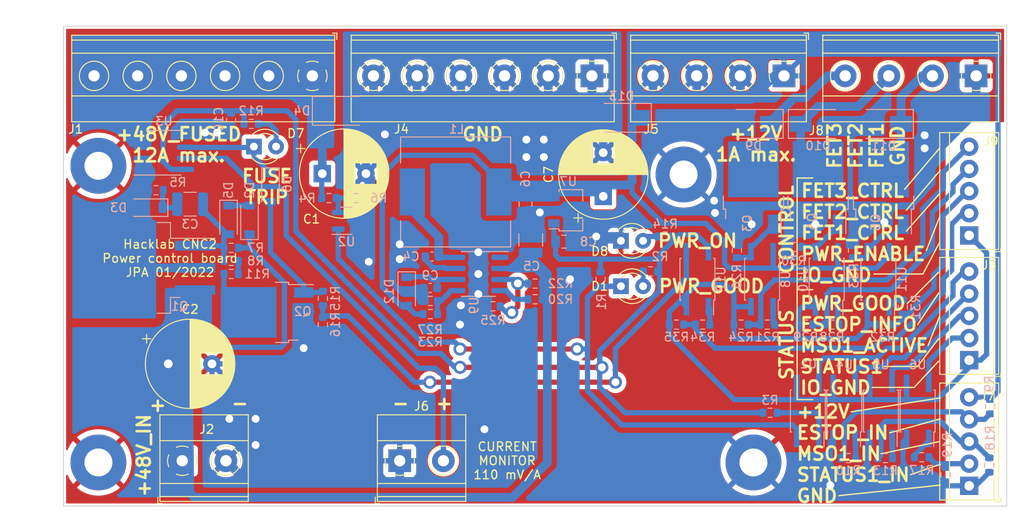
<source format=kicad_pcb>
(kicad_pcb (version 20211014) (generator pcbnew)
  (layers (0 "F.Cu" signal) (31 "B.Cu" signal) (34 "B.Paste" user) (35 "F.Paste" user) (36 "B.SilkS" user "B.Silkscreen") (37 "F.SilkS" user "F.Silkscreen") (38 "B.Mask" user) (39 "F.Mask" user) (44 "Edge.Cuts" user))
  (net 0 "")
  (net 1 "/+48V_FUSED")
  (net 2 "GND")
  (net 3 "+48V")
  (net 4 "Net-(C3-Pad1)")
  (net 5 "Net-(C3-Pad2)")
  (net 6 "Net-(C4-Pad1)")
  (net 7 "Net-(C4-Pad2)")
  (net 8 "+12V")
  (net 9 "+5V")
  (net 10 "Net-(C9-Pad1)")
  (net 11 "Net-(D1-Pad1)")
  (net 12 "Net-(D1-Pad2)")
  (net 13 "Net-(D2-Pad2)")
  (net 14 "Net-(D3-Pad2)")
  (net 15 "Net-(D7-Pad2)")
  (net 16 "Net-(D8-Pad2)")
  (net 17 "/FET3_DRAIN")
  (net 18 "/FET2_DRAIN")
  (net 19 "/FET1_DRAIN")
  (net 20 "/IO_GND")
  (net 21 "/STATUS1")
  (net 22 "/MSO1_ACTIVE")
  (net 23 "/ESTOP_INFO")
  (net 24 "/POWER_GOOD")
  (net 25 "/STATUS1_12V")
  (net 26 "/MSO1_ACTIVE_12V")
  (net 27 "/ESTOP_INFO_12V")
  (net 28 "/PWR_ENABLE")
  (net 29 "/FET1_CTRL")
  (net 30 "/FET2_CTRL")
  (net 31 "/FET3_CTRL")
  (net 32 "Net-(Q2-Pad2)")
  (net 33 "Net-(Q3-Pad1)")
  (net 34 "Net-(Q4-Pad1)")
  (net 35 "Net-(Q5-Pad1)")
  (net 36 "Net-(R3-Pad1)")
  (net 37 "Net-(R4-Pad2)")
  (net 38 "Net-(R11-Pad1)")
  (net 39 "Net-(R10-Pad2)")
  (net 40 "Net-(R13-Pad2)")
  (net 41 "/PWR_ENABLE_5V")
  (net 42 "Net-(R17-Pad2)")
  (net 43 "Net-(R20-Pad2)")
  (net 44 "Net-(R21-Pad2)")
  (net 45 "Net-(R22-Pad2)")
  (net 46 "Net-(R23-Pad2)")
  (net 47 "Net-(R28-Pad2)")
  (net 48 "Net-(R31-Pad2)")
  (net 49 "Net-(R34-Pad2)")
  (net 51 "Net-(D6-Pad1)")
  (net 52 "Net-(D6-Pad2)")
  (net 53 "Net-(J6-Pad2)")
  (footprint "TerminalBlock_Phoenix:TerminalBlock_Phoenix_MKDS-1,5-4_1x04_P5.00mm_Horizontal" (layer "F.Cu") (at 216.5 86.695 180)
    (fp_text reference "J5")
    (fp_text value "+12V_OUT")
  )
  (footprint "TerminalBlock_TE-Connectivity:TerminalBlock_TE_282834-5_1x05_P2.54mm_Horizontal" (layer "F.Cu") (at 237.7 119.28 90)
    (fp_text reference "J3")
    (fp_text value "Status")
  )
  (footprint "LED_THT:LED_D3.0mm" (layer "F.Cu") (at 197.825 105.6)
    (fp_text reference "D8")
    (fp_text value "POWER_ON")
  )
  (footprint "MountingHole:MountingHole_3.2mm_M3_Pad" (layer "F.Cu") (at 205 98)
    (fp_text reference "REF**" hide)
    (fp_text value "MountingHole_3.2mm_M3_Pad")
  )
  (footprint "TerminalBlock_Phoenix:TerminalBlock_Phoenix_MKDS-1,5-6_1x06_P5.00mm_Horizontal" (layer "F.Cu") (at 162.5 86.695 180)
    (fp_text reference "J1")
    (fp_text value "+48V_FUSED")
  )
  (footprint "TerminalBlock_TE-Connectivity:TerminalBlock_TE_282834-5_1x05_P2.54mm_Horizontal" (layer "F.Cu") (at 237.7 133.68 90)
    (fp_text reference "J7")
    (fp_text value "Status_12V")
  )
  (footprint "TerminalBlock_Phoenix:TerminalBlock_Phoenix_MKDS-1,5-4_1x04_P5.00mm_Horizontal" (layer "F.Cu") (at 238.5 86.695 180)
    (fp_text reference "J8")
    (fp_text value "FET_OUT")
  )
  (footprint "Capacitor_THT:CP_Radial_D10.0mm_P5.00mm" (layer "F.Cu") (at 195.8 100.5 90)
    (fp_text reference "C7")
    (fp_text value "100µF")
  )
  (footprint "MountingHole:MountingHole_3.2mm_M3_Pad" (layer "F.Cu") (at 138 131)
    (fp_text reference "REF**" hide)
    (fp_text value "MountingHole_3.2mm_M3_Pad")
  )
  (footprint "MountingHole:MountingHole_3.2mm_M3_Pad" (layer "F.Cu") (at 138 97)
    (fp_text reference "REF**" hide)
    (fp_text value "MountingHole_3.2mm_M3_Pad")
  )
  (footprint "TerminalBlock_Phoenix:TerminalBlock_Phoenix_MKDS-1,5-2_1x02_P5.00mm_Horizontal" (layer "F.Cu") (at 172.5 130.805)
    (fp_text reference "J6")
    (fp_text value "CURR_MONITOR")
  )
  (footprint "MountingHole:MountingHole_3.2mm_M3_Pad" (layer "F.Cu") (at 213 131)
    (fp_text reference "REF**" hide)
    (fp_text value "MountingHole_3.2mm_M3_Pad")
  )
  (footprint "TerminalBlock_Phoenix:TerminalBlock_Phoenix_MKDS-1,5-2_1x02_P5.00mm_Horizontal" (layer "F.Cu") (at 147.6 130.805)
    (fp_text reference "J2")
    (fp_text value "48V_IN")
  )
  (footprint "Capacitor_THT:CP_Radial_D10.0mm_P5.00mm" (layer "F.Cu") (at 146 119.7)
    (fp_text reference "C2")
    (fp_text value "100µF")
  )
  (footprint "TerminalBlock_Phoenix:TerminalBlock_Phoenix_MKDS-1,5-6_1x06_P5.00mm_Horizontal" (layer "F.Cu") (at 194.5 86.695 180)
    (fp_text reference "J4")
    (fp_text value "PGND_OUT")
  )
  (footprint "LED_THT:LED_D3.0mm" (layer "F.Cu") (at 197.825 110.8)
    (fp_text reference "D1")
    (fp_text value "POWER_GOOD")
  )
  (footprint "TerminalBlock_TE-Connectivity:TerminalBlock_TE_282834-5_1x05_P2.54mm_Horizontal" (layer "F.Cu") (at 237.7 104.98 90)
    (fp_text reference "J9")
    (fp_text value "Control")
  )
  (footprint "LED_THT:LED_D3.0mm" (layer "F.Cu") (at 155.8 94.8)
    (fp_text reference "D7")
    (fp_text value "OVERCURRENT")
  )
  (footprint "Capacitor_THT:CP_Radial_D10.0mm_P5.00mm" (layer "F.Cu") (at 163.632323 97.9)
    (fp_text reference "C1")
    (fp_text value "100µF")
  )
  (footprint "Package_TO_SOT_SMD:TO-263-3_TabPin2" (layer "B.Cu") (at 143.3 108.7 180)
    (fp_text reference "Q1")
    (fp_text value "IRF4905")
  )
  (footprint "Diode_SMD:D_SOD-123" (layer "B.Cu") (at 173.3 111.4 -90)
    (fp_text reference "D12")
    (fp_text value "BAT54")
  )
  (footprint "Package_TO_SOT_SMD:TO-252-2" (layer "B.Cu") (at 157.3 113.8 180)
    (fp_text reference "Q2")
    (fp_text value " PTD15N10")
  )
  (footprint "Resistor_SMD:R_0603_1608Metric" (layer "B.Cu") (at 144.6 99.8)
    (fp_text reference "R5")
    (fp_text value "100k")
  )
  (footprint "Resistor_SMD:R_0603_1608Metric" (layer "B.Cu") (at 221.986466 115.2)
    (fp_text reference "R28")
    (fp_text value "1k")
  )
  (footprint "Resistor_SMD:R_0603_1608Metric" (layer "B.Cu") (at 207.186466 115.2)
    (fp_text reference "R34")
    (fp_text value "1k")
  )
  (footprint "Diode_SMD:D_SOD-123" (layer "B.Cu") (at 143.7 101.8 180)
    (fp_text reference "D3")
    (fp_text value "1N4148W")
  )
  (footprint "Resistor_SMD:R_0603_1608Metric" (layer "B.Cu") (at 240.1 124.6 90)
    (fp_text reference "R9")
    (fp_text value "2k")
  )
  (footprint "Resistor_SMD:R_0603_1608Metric" (layer "B.Cu") (at 235 132.4 90)
    (fp_text reference "R19")
    (fp_text value "2k")
  )
  (footprint "Resistor_SMD:R_0603_1608Metric" (layer "B.Cu") (at 163.7 115.2 90)
    (fp_text reference "R16")
    (fp_text value "10k")
  )
  (footprint "Resistor_SMD:R_0603_1608Metric" (layer "B.Cu") (at 240 131.3 90)
    (fp_text reference "R18")
    (fp_text value "2k")
  )
  (footprint "Resistor_SMD:R_0603_1608Metric" (layer "B.Cu") (at 204.186466 115.2)
    (fp_text reference "R35")
    (fp_text value "470")
  )
  (footprint "Package_SO:SOIC-8-1EP_3.9x4.9mm_P1.27mm_EP2.29x3mm" (layer "B.Cu") (at 181.5 109.4 180)
    (fp_text reference "U9")
    (fp_text value "SY8502")
  )
  (footprint "Package_TO_SOT_SMD:SOT-23" (layer "B.Cu") (at 166.4 103.3)
    (fp_text reference "U2")
    (fp_text value "TL431ACDBZ")
  )
  (footprint "Diode_SMD:D_SMA" (layer "B.Cu") (at 227.9 92.2 180)
    (fp_text reference "D11")
    (fp_text value "SMAJ51A")
  )
  (footprint "Resistor_SMD:R_0603_1608Metric" (layer "B.Cu") (at 176 112.5 180)
    (fp_text reference "R27")
    (fp_text value "11k")
  )
  (footprint "Package_TO_SOT_SMD:TO-252-2" (layer "B.Cu") (at 220.4 99.5 90)
    (fp_text reference "Q4")
    (fp_text value " PTD15N10")
  )
  (footprint "Diode_SMD:D_SOD-123" (layer "B.Cu") (at 155.3 103.2 90)
    (fp_text reference "D2")
    (fp_text value "5.6V")
  )
  (footprint "Resistor_SMD:R_0603_1608Metric" (layer "B.Cu") (at 224.4 106.7 90)
    (fp_text reference "R33")
    (fp_text value "10k")
  )
  (footprint "Package_TO_SOT_SMD:SOT-89-3" (layer "B.Cu") (at 191.8 102.1)
    (fp_text reference "U7")
    (fp_text value "L78L05_SOT89")
  )
  (footprint "Capacitor_SMD:C_1210_3225Metric" (layer "B.Cu") (at 187.5 105.5 90)
    (fp_text reference "C5")
    (fp_text value "1uF")
  )
  (footprint "Resistor_SMD:R_0603_1608Metric" (layer "B.Cu") (at 188 110.5 180)
    (fp_text reference "R22")
    (fp_text value "100k")
  )
  (footprint "Resistor_SMD:R_0603_1608Metric" (layer "B.Cu") (at 232.275 130.4 180)
    (fp_text reference "R17")
    (fp_text value "2k")
  )
  (footprint "Resistor_SMD:R_0603_1608Metric" (layer "B.Cu") (at 188 112.3 180)
    (fp_text reference "R20")
    (fp_text value "1M")
  )
  (footprint "Diode_SMD:D_SMA" (layer "B.Cu") (at 220.4 92.2)
    (fp_text reference "D10")
    (fp_text value "SMAJ51A")
  )
  (footprint "Resistor_SMD:R_0603_1608Metric" (layer "B.Cu") (at 153.2 109.4 180)
    (fp_text reference "R11")
    (fp_text value "4k7")
  )
  (footprint "Diode_SMD:D_SOD-123" (layer "B.Cu") (at 157.7 99.5 -90)
    (fp_text reference "D6")
    (fp_text value "BAT54")
  )
  (footprint "Resistor_SMD:R_0603_1608Metric" (layer "B.Cu") (at 201.2 109.1)
    (fp_text reference "R2")
    (fp_text value "470")
  )
  (footprint "Resistor_SMD:R_0603_1608Metric" (layer "B.Cu") (at 217.686466 106.3 180)
    (fp_text reference "R30")
    (fp_text value "10k")
  )
  (footprint "Diode_SMD:D_SMA" (layer "B.Cu") (at 197.9 91.5 180)
    (fp_text reference "D13")
    (fp_text value "SMAJ13A")
  )
  (footprint "Resistor_SMD:R_0603_1608Metric" (layer "B.Cu") (at 164.4 100.7)
    (fp_text reference "R4")
    (fp_text value "150k")
  )
  (footprint "Capacitor_SMD:C_0805_2012Metric" (layer "B.Cu") (at 191.3 105.7)
    (fp_text reference "C8")
    (fp_text value "10uF")
  )
  (footprint "Diode_SMD:D_SOD-123" (layer "B.Cu") (at 152.9 103.2 -90)
    (fp_text reference "D5")
    (fp_text value "5.6V")
  )
  (footprint "Package_SO:SO-4_4.4x3.6mm_P2.54mm" (layer "B.Cu") (at 221.386466 110 90)
    (fp_text reference "U10")
    (fp_text value "LTV-356T")
  )
  (footprint "Capacitor_SMD:C_0603_1608Metric" (layer "B.Cu") (at 176 111 180)
    (fp_text reference "C9")
    (fp_text value "100nF")
  )
  (footprint "Resistor_SMD:R_0603_1608Metric" (layer "B.Cu") (at 155.5 92.2)
    (fp_text reference "R12")
    (fp_text value "1k")
  )
  (footprint "Resistor_SMD:R_0603_1608Metric" (layer "B.Cu") (at 218.986466 115.2)
    (fp_text reference "R29")
    (fp_text value "1k")
  )
  (footprint "Resistor_SMD:R_0603_1608Metric" (layer "B.Cu") (at 214.586466 115.2)
    (fp_text reference "R21")
    (fp_text value "1k")
  )
  (footprint "Inductor_SMD:L_12x12mm_H6mm" (layer "B.Cu") (at 178.9 100)
    (fp_text reference "L1")
    (fp_text value "220uH")
  )
  (footprint "Diode_SMD:D_SMA" (layer "B.Cu") (at 165.9 90.7)
    (fp_text reference "D4")
    (fp_text value "SMAJ51A")
  )
  (footprint "Resistor_SMD:R_0603_1608Metric" (layer "B.Cu") (at 163.7 112.2 90)
    (fp_text reference "R15")
    (fp_text value "10k")
  )
  (footprint "Resistor_SMD:R_0603_1608Metric" (layer "B.Cu") (at 211.586466 115.2)
    (fp_text reference "R24")
    (fp_text value "1k")
  )
  (footprint "Package_SO:SO-4_4.4x3.6mm_P2.54mm" (layer "B.Cu") (at 206.586466 110 90)
    (fp_text reference "U12")
    (fp_text value "LTV-356T")
  )
  (footprint "Capacitor_SMD:C_1210_3225Metric" (layer "B.Cu") (at 148.5 101.4)
    (fp_text reference "C3")
    (fp_text value "1µF")
  )
  (footprint "Package_SO:SOIC-8_3.9x4.9mm_P1.27mm" (layer "B.Cu") (at 145.5 95.5)
    (fp_text reference "U3")
    (fp_text value "ACS711xLCTR-12AB")
  )
  (footprint "Package_TO_SOT_SMD:TO-252-2" (layer "B.Cu") (at 227.9 99.5 90)
    (fp_text reference "Q5")
    (fp_text value " PTD15N10")
  )
  (footprint "Resistor_SMD:R_0603_1608Metric" (layer "B.Cu") (at 223.875 130.5)
    (fp_text reference "R10")
    (fp_text value "2k")
  )
  (footprint "Resistor_SMD:R_0603_1608Metric" (layer "B.Cu") (at 183.175 113.1 180)
    (fp_text reference "R25")
    (fp_text value "10k")
  )
  (footprint "Resistor_SMD:R_0603_1608Metric" (layer "B.Cu") (at 211.1 106.7 90)
    (fp_text reference "R26")
    (fp_text value "10k")
  )
  (footprint "Package_SO:SO-4_4.4x3.6mm_P2.54mm" (layer "B.Cu") (at 219.23 125.1 90)
    (fp_text reference "U1")
    (fp_text value "LTV-356T")
  )
  (footprint "Package_TO_SOT_SMD:TO-252-2" (layer "B.Cu") (at 213 99.5 90)
    (fp_text reference "Q3")
    (fp_text value " PTD15N10")
  )
  (footprint "Package_SO:SO-4_4.4x3.6mm_P2.54mm" (layer "B.Cu") (at 213.986466 110 90)
    (fp_text reference "U8")
    (fp_text value "LTV-356T")
  )
  (footprint "Resistor_SMD:R_0603_1608Metric" (layer "B.Cu") (at 176 114)
    (fp_text reference "R23")
    (fp_text value "100k")
  )
  (footprint "Resistor_SMD:R_0603_1608Metric" (layer "B.Cu") (at 153.2 106.4 180)
    (fp_text reference "R7")
    (fp_text value "4k7")
  )
  (footprint "Capacitor_SMD:C_0805_2012Metric" (layer "B.Cu") (at 186.9 101.4 -90)
    (fp_text reference "C6")
    (fp_text value "10uF")
  )
  (footprint "Capacitor_SMD:C_0603_1608Metric" (layer "B.Cu") (at 153.2 91.7 -90)
    (fp_text reference "C10")
    (fp_text value "100nF")
  )
  (footprint "Package_SO:SO-4_4.4x3.6mm_P2.54mm" (layer "B.Cu") (at 231.8 125.1 90)
    (fp_text reference "U6")
    (fp_text value "LTV-356T")
  )
  (footprint "Package_SO:SO-4_4.4x3.6mm_P2.54mm" (layer "B.Cu") (at 227.3 110 90)
    (fp_text reference "U11")
    (fp_text value "LTV-356T")
  )
  (footprint "Resistor_SMD:R_0603_1608Metric" (layer "B.Cu") (at 167.5 100.7)
    (fp_text reference "R6")
    (fp_text value "10k")
  )
  (footprint "Capacitor_SMD:C_0603_1608Metric" (layer "B.Cu") (at 176.2 107.4)
    (fp_text reference "C4")
    (fp_text value "100nF")
  )
  (footprint "Resistor_SMD:R_0603_1608Metric" (layer "B.Cu") (at 230.1 113.2 90)
    (fp_text reference "R31")
    (fp_text value "1k")
  )
  (footprint "Package_SO:SO-4_4.4x3.6mm_P2.54mm" (layer "B.Cu") (at 227.6 125.1 90)
    (fp_text reference "U5")
    (fp_text value "LTV-356T")
  )
  (footprint "Diode_SMD:D_SMA" (layer "B.Cu") (at 213 92.2 180)
    (fp_text reference "D9")
    (fp_text value "SMAJ51A")
  )
  (footprint "Resistor_SMD:R_0603_1608Metric" (layer "B.Cu") (at 195.5 110 90)
    (fp_text reference "R1")
    (fp_text value "10k")
  )
  (footprint "Resistor_SMD:R_0603_1608Metric" (layer "B.Cu") (at 202.9 105.1 180)
    (fp_text reference "R14")
    (fp_text value "2k")
  )
  (footprint "Resistor_SMD:R_0603_1608Metric" (layer "B.Cu") (at 227.8 115.2)
    (fp_text reference "R32")
    (fp_text value "1k")
  )
  (footprint "Resistor_SMD:R_0603_1608Metric" (layer "B.Cu") (at 214.9 125.3 180)
    (fp_text reference "R3")
    (fp_text value "470")
  )
  (footprint "Package_SO:SO-4_4.4x3.6mm_P2.54mm" (layer "B.Cu") (at 223.4 125.1 90)
    (fp_text reference "U4")
    (fp_text value "LTV-356T")
  )
  (footprint "Resistor_SMD:R_0603_1608Metric" (layer "B.Cu") (at 228.1 130.5)
    (fp_text reference "R13")
    (fp_text value "2k")
  )
  (footprint "Resistor_SMD:R_0603_1608Metric" (layer "B.Cu") (at 153.2 107.9)
    (fp_text reference "R8")
    (fp_text value "4k7")
  )
  (gr_line (start 226.8 109.4) (end 232.4 109.4) (layer "F.SilkS") (width 0.15))
  (gr_line (start 222.8 134.8) (end 234.4 133.6) (layer "F.SilkS") (width 0.15))
  (gr_line (start 231.8 120) (end 234.2 116.8) (layer "F.SilkS") (width 0.15))
  (gr_line (start 218 123.8) (end 218 111.2) (layer "F.SilkS") (width 0.15))
  (gr_line (start 232.8 106.7) (end 234.3 102.9) (layer "F.SilkS") (width 0.15))
  (gr_line (start 218 111.2) (end 218 98.4) (layer "F.SilkS") (width 0.15))
  (gr_line (start 218 111.2) (end 219.8 111.2) (layer "F.SilkS") (width 0.15))
  (gr_line (start 219.8 123.8) (end 218 123.8) (layer "F.SilkS") (width 0.15))
  (gr_line (start 233 117.6) (end 234.33 114.2) (layer "F.SilkS") (width 0.15))
  (gr_line (start 230.5 104.5) (end 234.3 100.2) (layer "F.SilkS") (width 0.15))
  (gr_line (start 232.4 109.4) (end 234.3 105.8) (layer "F.SilkS") (width 0.15))
  (gr_line (start 230.5 102.1) (end 234.4 97.5) (layer "F.SilkS") (width 0.15))
  (gr_line (start 228 120) (end 231.8 120) (layer "F.SilkS") (width 0.15))
  (gr_line (start 228.6 127.6) (end 234.4 126) (layer "F.SilkS") (width 0.15))
  (gr_line (start 230.6 112.8) (end 234.2 109.2) (layer "F.SilkS") (width 0.15))
  (gr_line (start 230.3 99.7) (end 234.3 95) (layer "F.SilkS") (width 0.15))
  (gr_line (start 224.2 125.2) (end 234.4 123.6) (layer "F.SilkS") (width 0.15))
  (gr_line (start 218 98.4) (end 219.8 98.4) (layer "F.SilkS") (width 0.15))
  (gr_line (start 231.8 115.2) (end 234.2 111.6) (layer "F.SilkS") (width 0.15))
  (gr_line (start 231.4 122.4) (end 234.2 119.4) (layer "F.SilkS") (width 0.15))
  (gr_line (start 231 132.4) (end 234.4 131.2) (layer "F.SilkS") (width 0.15))
  (gr_line (start 226.6 122.4) (end 231.4 122.4) (layer "F.SilkS") (width 0.15))
  (gr_line (start 227.6 130) (end 234.33 128.6) (layer "F.SilkS") (width 0.15))
  (gr_line (start 242 81) (end 134 81) (layer "Edge.Cuts") (width 0.1))
  (gr_line (start 134 81) (end 134 136) (layer "Edge.Cuts") (width 0.1))
  (gr_line (start 134 136) (end 242 136) (layer "Edge.Cuts") (width 0.1))
  (gr_line (start 242 136) (end 242 81) (layer "Edge.Cuts") (width 0.1))
  (gr_text "PWR_GOOD" (at 208.2 110.8) (layer "F.SilkS") (effects (font (size 1.5 1.5) (thickness 0.3))))
  (gr_text "+12V\nESTOP_IN\nMSO1_IN\nSTATUS1_IN\nGND" (at 217.8 130) (layer "F.SilkS") (effects (font (size 1.5 1.5) (thickness 0.3)) (justify left)))
  (gr_text "FET3\nFET2\nFET1\nGND" (at 225.9 94.7 90) (layer "F.SilkS") (effects (font (size 1.5 1.5) (thickness 0.3))))
  (gr_text "PWR_ON" (at 206.6 105.6) (layer "F.SilkS") (effects (font (size 1.5 1.5) (thickness 0.3))))
  (gr_text "FET3_CTRL\nFET2_CTRL\nFET1_CTRL\nPWR_ENABLE\nIO_GND" (at 218.3 104.7) (layer "F.SilkS") (effects (font (size 1.5 1.5) (thickness 0.3)) (justify left)))
  (gr_text "+" (at 144.8 124.4) (layer "F.SilkS") (effects (font (size 1.5 1.5) (thickness 0.3))))
  (gr_text "PWR_GOOD\nESTOP_INFO\nMSO1_ACTIVE\nSTATUS1\nIO_GND" (at 218.2 117.6) (layer "F.SilkS") (effects (font (size 1.5 1.5) (thickness 0.3)) (justify left)))
  (gr_text "-" (at 154.2 124.2) (layer "F.SilkS") (effects (font (size 1.5 1.5) (thickness 0.3))))
  (gr_text "CONTROL" (at 216.8 104.3 90) (layer "F.SilkS") (effects (font (size 1.5 1.5) (thickness 0.3))))
  (gr_text "STATUS" (at 216.8 117.5 90) (layer "F.SilkS") (effects (font (size 1.5 1.5) (thickness 0.3))))
  (gr_text "+48V_FUSED\n12A max." (at 147.2 94.6) (layer "F.SilkS") (effects (font (size 1.5 1.5) (thickness 0.3))))
  (gr_text "Hacklab CNC2\nPower control board\nJPA 01/2022" (at 146.2 107.6) (layer "F.SilkS") (effects (font (size 1 1))))
  (gr_text "FUSE\nTRIP" (at 157.3 99.4) (layer "F.SilkS") (effects (font (size 1.5 1.5) (thickness 0.3))))
  (gr_text "CURRENT\nMONITOR\n110 mV/A" (at 184.8 130.8) (layer "F.SilkS") (effects (font (size 1 1))))
  (gr_text "+48V_IN" (at 143.2 130.2 90) (layer "F.SilkS") (effects (font (size 1.5 1.5) (thickness 0.3))))
  (gr_text "+12V\n1A max." (at 213.3 94.5) (layer "F.SilkS") (effects (font (size 1.5 1.5) (thickness 0.3))))
  (gr_text "GND" (at 182 93.4) (layer "F.SilkS") (effects (font (size 1.5 1.5) (thickness 0.3))))
  (gr_text "-" (at 172.6 124.2) (layer "F.SilkS") (effects (font (size 1.5 1.5) (thickness 0.3))))
  (gr_text "+" (at 177.6 124.2) (layer "F.SilkS") (effects (font (size 1.5 1.5) (thickness 0.3))))
  (segment (start 143.025 93.595) (end 142.695 93.595) (width 0.6) (layer "B.Cu") (net 1))
  (segment (start 143.025 94.865) (end 142.5 94.34) (width 0.6) (layer "B.Cu") (net 1))
  (segment (start 163.632323 97.9) (end 163.632323 87.827323) (width 1) (layer "B.Cu") (net 1))
  (segment (start 163.632323 87.827323) (end 162.5 86.695) (width 1) (layer "B.Cu") (net 1))
  (segment (start 142.5 93.4) (end 142.5 86.695) (width 0.6) (layer "B.Cu") (net 1))
  (segment (start 163.575 100.7) (end 163.575 97.957323) (width 0.6) (layer "B.Cu") (net 1))
  (segment (start 163.575 97.957323) (end 163.632323 97.9) (width 0.6) (layer "B.Cu") (net 1))
  (segment (start 137.5 86.695) (end 162.5 86.695) (width 1) (layer "B.Cu") (net 1))
  (segment (start 142.5 94.34) (end 142.5 93.4) (width 0.6) (layer "B.Cu") (net 1))
  (segment (start 142.695 93.595) (end 142.5 93.4) (width 0.6) (layer "B.Cu") (net 1))
  (segment (start 195 105.1) (end 195 107) (width 0.6) (layer "F.Cu") (net 2))
  (segment (start 195 107) (end 192 110) (width 0.6) (layer "F.Cu") (net 2))
  (via (at 192 110) (size 1.5) (drill 0.9) (layers "F.Cu" "B.Cu") (net 2))
  (via (at 212.8 103.7) (size 1.5) (drill 0.9) (layers "F.Cu" "B.Cu") (net 2))
  (via (at 156 126) (size 1.5) (drill 0.9) (layers "F.Cu" "B.Cu") (net 2))
  (via (at 156 129) (size 1.5) (drill 0.9) (layers "F.Cu" "B.Cu") (net 2))
  (via (at 208.6 102.4) (size 1.5) (drill 0.9) (layers "F.Cu" "B.Cu") (net 2))
  (via (at 221.8 133.6) (size 1.5) (drill 0.9) (layers "F.Cu" "B.Cu") (net 2))
  (via (at 228 103.4505) (size 1.5) (drill 0.9) (layers "F.Cu" "B.Cu") (net 2))
  (via (at 161.5 117.9) (size 1.5) (drill 0.9) (layers "F.Cu" "B.Cu") (net 2))
  (via (at 179.4 115.2) (size 1.5) (drill 0.9) (layers "F.Cu" "B.Cu") (net 2))
  (via (at 170.8 93.4) (size 1.5) (drill 0.9) (layers "F.Cu" "B.Cu") (net 2))
  (via (at 172.5 106) (size 1.5) (drill 0.9) (layers "F.Cu" "B.Cu") (net 2))
  (via (at 181.5 109.4) (size 1.5) (drill 0.9) (layers "F.Cu" "B.Cu") (net 2))
  (via (at 220.1 103.7) (size 1.5) (drill 0.9) (layers "F.Cu" "B.Cu") (net 2))
  (via (at 195 105.1) (size 1.5) (drill 0.9) (layers "F.Cu" "B.Cu") (net 2))
  (via (at 232.6 93.5) (size 1.5) (drill 0.9) (layers "F.Cu" "B.Cu") (net 2))
  (via (at 188.540599 102.3495) (size 1.5) (drill 0.9) (layers "F.Cu" "B.Cu") (net 2))
  (via (at 187 94) (size 1.5) (drill 0.9) (layers "F.Cu" "B.Cu") (net 2))
  (via (at 187 96) (size 1.5) (drill 0.9) (layers "F.Cu" "B.Cu") (net 2))
  (via (at 181.5 111.7) (size 1.5) (drill 0.9) (layers "F.Cu" "B.Cu") (net 2))
  (via (at 189 94) (size 1.5) (drill 0.9) (layers "F.Cu" "B.Cu") (net 2))
  (via (at 172.5 107.7) (size 1.5) (drill 0.9) (layers "F.Cu" "B.Cu") (net 2))
  (via (at 182.2 127.2) (size 1.5) (drill 0.9) (layers "F.Cu" "B.Cu") (net 2))
  (via (at 179.5 113) (size 1.5) (drill 0.9) (layers "F.Cu" "B.Cu") (net 2))
  (via (at 232.6 95) (size 1.5) (drill 0.9) (layers "F.Cu" "B.Cu") (net 2))
  (via (at 168.9505 108) (size 1.5) (drill 0.9) (layers "F.Cu" "B.Cu") (net 2))
  (via (at 151.6 93.2) (size 1.5) (drill 0.9) (layers "F.Cu" "B.Cu") (net 2))
  (via (at 208.5 101) (size 1.5) (drill 0.9) (layers "F.Cu" "B.Cu") (net 2))
  (via (at 153 126) (size 1.5) (drill 0.9) (layers "F.Cu" "B.Cu") (net 2))
  (via (at 150.2 93.2) (size 1.5) (drill 0.9) (layers "F.Cu" "B.Cu") (net 2))
  (via (at 189 96) (size 1.5) (drill 0.9) (layers "F.Cu" "B.Cu") (net 2))
  (via (at 181.5 106.9) (size 1.5) (drill 0.9) (layers "F.Cu" "B.Cu") (net 2))
  (segment (start 187.7 102.1) (end 187.15 102.1) (width 1) (layer "B.Cu") (net 2))
  (segment (start 187.5 104.025) (end 181.775 104.025) (width 1) (layer "B.Cu") (net 2))
  (segment (start 197.325 105.1) (end 192.6 105.1) (width 1) (layer "B.Cu") (net 2))
  (segment (start 210.72 101.779022) (end 210.899511 101.599511) (width 1) (layer "B.Cu") (net 2))
  (segment (start 151 119.7) (end 151 124) (width 0.6) (layer "B.Cu") (net 2))
  (segment (start 226.07548 133.63548) (end 226.12 133.68) (width 0.6) (layer "B.Cu") (net 2))
  (segment (start 169.5 86.695) (end 169.5 90.3) (width 1) (layer "B.Cu") (net 2))
  (segment (start 163.645 116.08) (end 163.7 116.025) (width 0.6) (layer "B.Cu") (net 2))
  (segment (start 162.18 116.08) (end 162.2 116.1) (width 0.6) (layer "B.Cu") (net 2))
  (segment (start 168.3 90.3) (end 167.9 90.7) (width 1) (layer "B.Cu") (net 2))
  (segment (start 192.25 105.7) (end 192.25 104.75) (width 0.6) (layer "B.Cu") (net 2))
  (segment (start 224.1 92.2) (end 224.1 93.3) (width 0.6) (layer "B.Cu") (net 2))
  (segment (start 147.975 93.595) (end 149.805 93.595) (width 0.6) (layer "B.Cu") (net 2))
  (segment (start 218.12 103.7) (end 218.12 101.679022) (width 1) (layer "B.Cu") (net 2))
  (segment (start 181.5 109.4) (end 181.5 106.9) (width 0.6) (layer "B.Cu") (net 2))
  (segment (start 226.12 133.68) (end 222.58 133.68) (width 0.6) (layer "B.Cu") (net 2))
  (segment (start 147.975 93.595) (end 151.205 93.595) (width 0.6) (layer "B.Cu") (net 2))
  (segment (start 225.9 92.2) (end 224.1 92.2) (width 0.6) (layer "B.Cu") (net 2))
  (segment (start 172.5 130.805) (end 172.5 133.2) (width 1) (layer "B.Cu") (net 2))
  (segment (start 217.161466 103.7) (end 218.12 103.7) (width 0.6) (layer "B.Cu") (net 2))
  (segment (start 227.849511 101.599511) (end 231.100489 101.599511) (width 0.6) (layer "B.Cu") (net 2))
  (segment (start 225.62 101.979511) (end 225.62 103.7) (width 1) (layer "B.Cu") (net 2))
  (segment (start 189.5 93.5) (end 189 94) (width 1) (layer "B.Cu") (net 2))
  (segment (start 169.5 90.3) (end 174.4 90.3) (width 1) (layer "B.Cu") (net 2))
  (segment (start 216.861466 104) (end 217.161466 103.7) (width 0.6) (layer "B.Cu") (net 2))
  (segment (start 172.09952 107.7) (end 172.5 107.7) (width 0.6) (layer "B.Cu") (net 2))
  (segment (start 161.5 116.08) (end 162.18 116.08) (width 0.6) (layer "B.Cu") (net 2))
  (segment (start 168.632323 92.967677) (end 170.367677 92.967677) (width 1) (layer "B.Cu") (net 2))
  (segment (start 184.5 86.695) (end 184.5 90) (width 1) (layer "B.Cu") (net 2))
  (segment (start 181.5 112.25) (end 182.35 113.1) (width 0.6) (layer "B.Cu") (net 2))
  (segment (start 222.58 133.68) (end 221.88 133.68) (width 0.6) (layer "B.Cu") (net 2))
  (segment (start 175.175 111.725) (end 172.925 111.725) (width 0.6) (layer "B.Cu") (net 2))
  (segment (start 230.62 133.68) (end 237.7 133.68) (width 0.6) (layer "B.Cu") (net 2))
  (segment (start 151.205 93.595) (end 151.6 93.2) (width 0.6) (layer "B.Cu") (net 2))
  (segment (start 167.3375 102.1625) (end 167.3375 103.3) (width 0.6) (layer "B.Cu") (net 2))
  (segment (start 197.825 105.6) (end 197.325 105.1) (width 1) (layer "B.Cu") (net 2))
  (segment (start 231.100489 101.599511) (end 232.6 100.1) (width 0.6) (layer "B.Cu") (net 2))
  (segment (start 233.3 92.8) (end 232.6 93.5) (width 1) (layer "B.Cu") (net 2))
  (segment (start 175.175 111.05) (end 175.225 111) (width 0.6) (layer "B.Cu") (net 2))
  (segment (start 186.9 102.35) (end 186.9 103.425) (width 1) (layer "B.Cu") (net 2))
  (segment (start 168.325 100.7) (end 168.75 100.275) (width 0.6) (layer "B.Cu") (net 2))
  (segment (start 154.995 133.2) (end 172.5 133.2) (width 1) (layer "B.Cu") (net 2))
  (segment (start 238.5 86.695) (end 238.5 90.5) (width 1) (layer "B.Cu") (net 2))
  (segment (start 169.20048 98.468157) (end 169.20048 107.75002) (width 1) (layer "B.Cu") (net 2))
  (segment (start 218.199511 101.599511) (end 210.899511 101.599511) (width 1) (layer "B.Cu") (net 2))
  (segment (start 179.5 90.3) (end 179.5 86.695) (width 1) (layer "B.Cu") (net 2))
  (segment (start 168.75 98.017677) (end 168.632323 97.9) (width 0.6) (layer "B.Cu") (net 2))
  (segment (start 168.632323 97.9) (end 168.632323 92.967677) (width 1) (layer "B.Cu") (net 2))
  (segment (start 237.7 133.68) (end 238.445 133.68) (width 0.6) (layer "B.Cu") (net 2))
  (segment (start 181.5 113) (end 179.5 113) (width 1) (layer "B.Cu") (net 2))
  (segment (start 230.53 128.25) (end 230.12452 128.65548) (width 0.6) (layer "B.Cu") (net 2))
  (segment (start 181.5 109.4) (end 181.5 113) (width 1) (layer "B.Cu") (net 2))
  (segment (start 168.632323 92.967677) (end 168.632323 91.167677) (width 1) (layer "B.Cu") (net 2))
  (segment (start 181.5 130.9) (end 181.5 115.2) (width 1) (layer "B.Cu") (net 2))
  (segment (start 187 94) (end 187 96) (width 1) (layer "B.Cu") (net 2))
  (segment (start 187.3 93.7) (end 187 94) (width 1) (layer "B.Cu") (net 2))
  (segment (start 232.6 100.1) (end 232.6 93.5) (width 0.6) (layer "B.Cu") (net 2))
  (segment (start 184.5 90) (end 184.2 90.3) (width 1) (layer "B.Cu") (net 2))
  (segment (start 209.25 101.449022) (end 209.400489 101.599511) (width 0.6) (layer "B.Cu") (net 2))
  (segment (start 181.5 115.2) (end 179.4 115.2) (width 1) (layer "B.Cu") (net 2))
  (segment (start 238.5 90.5) (end 235 94) (width 1) (layer "B.Cu") (net 2))
  (segment (start 218.12 101.679022) (end 218.199511 101.599511) (width 1) (layer "B.Cu") (net 2))
  (segment (start 181.5 109.4) (end 181.5 111.7) (width 0.6) (layer "B.Cu") (net 2))
  (segment (start 209.400489 101.599511) (end 208.6 102.4) (width 1) (layer "B.Cu") (net 2))
  (segment (start 175.175 111.725) (end 175.175 111.05) (width 0.6) (layer "B.Cu") (net 2))
  (segment (start 161.5 116.08) (end 161.5 117.9) (width 0.6) (layer "B.Cu") (net 2))
  (segment (start 210.72 103.7) (end 212.8 103.7) (width 1) (layer "B.Cu") (net 2))
  (segment (start 216.861466 106.3) (end 216.861466 104) (width 0.6) (layer "B.Cu") (net 2))
  (segment (start 153 126) (end 156 126) (width 1) (layer "B.Cu") (net 2))
  (segment (start 168.632323 97.9) (end 169.20048 98.468157) (width 1) (layer "B.Cu") (net 2))
  (segment (start 221.8 132.9) (end 221.8 128.58) (width 0.6) (layer "B.Cu") (net 2))
  (segment (start 230.12452 128.65548) (end 230.12452 133.47548) (width 0.6) (layer "B.Cu") (net 2))
  (segment (start 224.4 103.7) (end 225.62 103.7) (width 0.6) (layer "B.Cu") (net 2))
  (segment (start 209.25 92.25) (end 209.25 101.449022) (width 0.6) (layer "B.Cu") (net 2))
  (segment (start 171.59952 110.39952) (end 171.59952 108.2) (width 0.6) (layer "B.Cu") (net 2))
  (segment (start 172.5 133.2) (end 179.2 133.2) (width 1) (layer "B.Cu") (net 2))
  (segment (start 190.2375 102.1) (end 188.6 102.1) (width 1) (layer "B.Cu") (net 2))
  (segment (start 175.175 112.5) (end 175.175 111.725) (width 0.6) (layer "B.Cu") (net 2))
  (segment (start 233.3 94) (end 233.3 92.8) (width 1) (layer "B.Cu") (net 2))
  (segment (start 188.6 102.1) (end 188.6 102.290099) (width 0.6) (layer "B.Cu") (net 2))
  (segment (start 161.5 117.9) (end 161.5 119.5) (width 1) (layer "B.Cu") (net 2))
  (segment (start 184.2 90.3) (end 187.3 90.3) (width 1) (layer "B.Cu") (net 2))
  (segment (start 192.6 105.1) (end 192.25 104.75) (width 1) (layer "B.Cu") (net 2))
  (segment (start 232.6 95) (end 232.6 93.5) (width 1) (layer "B.Cu") (net 2))
  (segment (start 187.5 104.025) (end 187.5 102.3) (width 1) (layer "B.Cu") (net 2))
  (segment (start 181.775 104.025) (end 181.5 104.3) (width 1) (layer "B.Cu") (net 2))
  (segment (start 192.25 103.000978) (end 192.25 105.7) (width 1) (layer "B.Cu") (net 2))
  (segment (start 169.5 90.3) (end 168.3 90.3) (width 1) (layer "B.Cu") (net 2))
  (segment (start 194.5 91.867677) (end 195.8 93.167677) (width 1) (layer "B.Cu") (net 2))
  (segment (start 152.6 130.805) (end 154.995 133.2) (width 1) (layer "B.Cu") (net 2))
  (segment (start 174.5 90.2) (end 174.4 90.3) (width 1) (layer "B.Cu") (net 2))
  (segment (start 224.099511 93.300489) (end 224.099511 101.1) (width 0.6) (layer "B.Cu") (net 2))
  (segment (start 188.6 102.1) (end 187.7 102.1) (width 1) (layer "B.Cu") (net 2))
  (segment (start 181.5 113) (end 181.5 114.232323) (width 1) (layer "B.Cu") (net 2))
  (segment (start 210.899511 101.599511) (end 210.1 101.599511) (width 1) (layer "B.Cu") (net 2))
  (segment (start 224.1 92.2) (end 222.4 92.2) (width 0.6) (layer "B.Cu") (net 2))
  (segment (start 179.5 90.3) (end 184.2 90.3) (width 1) (layer "B.Cu") (net 2))
  (segment (start 211.1 105.875) (end 211.1 104.08) (width 0.6) (layer "B.Cu") (net 2))
  (segment (start 161.3 119.7) (end 161.5 119.5) (width 0.6) (layer "B.Cu") (net 2))
  (segment (start 168.632323 91.167677) (end 169.5 90.3) (width 1) (layer "B.Cu") (net 2))
  (segment (start 161.5 116.08) (end 163.645 116.08) (width 0.6) (layer "B.Cu") (net 2))
  (segment (start 208.6 102.4) (end 208.6 101.1) (width 1) (layer "B.Cu") (net 2))
  (segment (start 172.5 107.4) (end 171.8 106.7) (width 0.6) (layer "B.Cu") (net 2))
  (segment (start 190.2375 102.1) (end 191.349022 102.1) (width 1) (layer "B.Cu") (net 2))
  (segment (start 172.925 111.725) (end 171.8 110.6) (width 0.6) (layer "B.Cu") (net 2))
  (segment (start 171.59952 108.2) (end 171.59952 106.90048) (width 0.6) (layer "B.Cu") (net 2))
  (segment (start 181.5 126.5) (end 182.2 127.2) (width 0.6) (layer "B.Cu") (net 2))
  (segment (start 222.58 133.68) (end 221.8 132.9) (width 0.6) (layer "B.Cu") (net 2))
  (segment (start 209.3 92.2) (end 209.25 92.25) (width 0.6) (layer "B.Cu") (net 2))
  (segment (start 208.6 101.1) (end 208.5 101) (width 1) (layer "B.Cu") (net 2))
  (segment (start 181.5 115.2) (end 181.5 114.232323) (width 1) (layer "B.Cu") (net 2))
  (segment (start 230.62 133.68) (end 226.12 133.68) (width 0.6) (layer "B.Cu") (net 2))
  (segment (start 226.33 128.25) (end 226.07548 128.50452) (width 0.6) (layer "B.Cu") (net 2))
  (segment (start 227.849511 101.599511) (end 226 101.599511) (width 1) (layer "B.Cu") (net 2))
  (segment (start 228 101.75) (end 227.849511 101.599511) (width 1) (layer "B.Cu") (net 2))
  (segment (start 187.15 102.1) (end 186.9 102.35) (width 1) (layer "B.Cu") (net 2))
  (segment (start 156 129) (end 153 126) (width 1) (layer "B.Cu") (net 2))
  (segment (start 151 119.7) (end 161.3 119.7) (width 0.6) (layer "B.Cu") (net 2))
  (segment (start 209.099511 101.599511) (end 209.400489 101.599511) (width 1) (layer "B.Cu") (net 2))
  (segment (start 194.5 90.3) (end 194.5 86.695) (width 1) (layer "B.Cu") (net 2))
  (segment (start 181.5 111.7) (end 181.5 112.25) (width 0.6) (layer "B.Cu") (net 2))
  (segment (start 186.9 103.425) (end 187.5 104.025) (width 1) (layer "B.Cu") (net 2))
  (segment (start 195.8 93.167677) (end 195.8 95.5) (width 1) (layer "B.Cu") (net 2))
  (segment (start 171.8 110.6) (end 171.59952 110.39952) (width 0.6) (layer "B.Cu") (net 2))
  (segment (start 226 101.599511) (end 225.62 101.979511) (width 1) (layer "B.Cu") (net 2))
  (segment (start 210.1 101.599511) (end 209.400489 101.599511) (width 1) (layer "B.Cu") (net 2))
  (segment (start 187.5 102.3) (end 187.7 102.1) (width 1) (layer "B.Cu") (net 2))
  (segment (start 179.2 133.2) (end 181.5 130.9) (width 1) (layer "B.Cu") (net 2))
  (segment (start 233.3 92.8) (end 233.3 94.3) (width 1) (layer "B.Cu") (net 2))
  (segment (start 169.20048 107.75002) (end 168.9505 108) (width 1) (layer "B.Cu") (net 2))
  (segment (start 171.8 106.7) (end 172.5 106) (width 0.6) (layer "B.Cu") (net 2))
  (segment (start 226.07548 128.50452) (end 226.07548 133.63548) (width 0.6) (layer "B.Cu") (net 2))
  (segment (start 161.5 119.5) (end 161.5 123.5) (width 1) (layer "B.Cu") (net 2))
  (segment (start 192.25 104.75) (end 192.25 103.000978) (width 0.6) (layer "B.Cu") (net 2))
  (segment (start 168.325 101.175) (end 167.3375 102.1625) (width 0.6) (layer "B.Cu") (net 2))
  (segment (start 189.5 90.3) (end 194.5 90.3) (width 1) (layer "B.Cu") (net 2))
  (segment (start 211 92.2) (end 209.3 92.2) (width 0.6) (layer "B.Cu") (net 2))
  (segment (start 221.88 133.68) (end 221.8 133.6) (width 0.6) (layer "B.Cu") (net 2))
  (segment (start 149.805 93.595) (end 150.2 93.2) (width 0.6) (layer "B.Cu") (net 2))
  (segment (start 230.12452 133.47548) (end 229.92 133.68) (width 0.6) (layer "B.Cu") (net 2))
  (segment (start 187.3 90.3) (end 187.3 93.7) (width 1) (layer "B.Cu") (net 2))
  (segment (start 235 94) (end 233.3 94) (width 1) (layer "B.Cu") (net 2))
  (segment (start 161.5 123.5) (end 156 129) (width 1) (layer "B.Cu") (net 2))
  (segment (start 170.367677 92.967677) (end 170.8 93.4) (width 1) (layer "B.Cu") (net 2))
  (segment (start 189.5 86.695) (end 189.5 90.3) (width 1) (layer "B.Cu") (net 2))
  (segment (start 238.445 133.68) (end 240 132.125) (width 0.6) (layer "B.Cu") (net 2))
  (segment (start 229.92 133.68) (end 230.62 133.68) (width 0.6) (layer "B.Cu") (net 2))
  (segment (start 228 103.4505) (end 228 101.75) (width 1) (layer "B.Cu") (net 2))
  (segment (start 225.62 103.7) (end 225.62 104.08) (width 0.6) (layer "B.Cu") (net 2))
  (segment (start 168.325 100.7) (end 168.325 101.175) (width 0.6) (layer "B.Cu") (net 2))
  (segment (start 208.5 101) (end 209.099511 101.599511) (width 1) (layer "B.Cu") (net 2))
  (segment (start 211.1 104.08) (end 210.72 103.7) (width 0.6) (layer "B.Cu") (net 2))
  (segment (start 188.6 102.290099) (end 188.540599 102.3495) (width 0.6) (layer "B.Cu") (net 2))
  (segment (start 168.75 100.275) (end 168.75 98.017677) (width 0.6) (layer "B.Cu") (net 2))
  (segment (start 181.5 104.3) (end 181.5 106.9) (width 1) (layer "B.Cu") (net 2))
  (segment (start 224.4 105.875) (end 224.4 103.7) (width 0.6) (layer "B.Cu") (net 2))
  (segment (start 225.62 101.62) (end 225.599511 101.599511) (width 1) (layer "B.Cu") (net 2))
  (segment (start 194.5 86.695) (end 194.5 91.867677) (width 1) (layer "B.Cu") (net 2))
  (segment (start 189.5 90.3) (end 189.5 93.5) (width 1) (layer "B.Cu") (net 2))
  (segment (start 172.5 106) (end 172.5 107.7) (width 0.6) (layer "B.Cu") (net 2))
  (segment (start 218.12 103.7) (end 220.1 103.7) (width 1) (layer "B.Cu") (net 2))
  (segment (start 187.3 90.3) (end 189.5 90.3) (width 1) (layer "B.Cu") (net 2))
  (segment (start 221.8 128.58) (end 222.13 128.25) (width 0.6) (layer "B.Cu") (net 2))
  (segment (start 181.5 115.2) (end 181.5 126.5) (width 0.6) (layer "B.Cu") (net 2))
  (segment (start 151 124) (end 153 126) (width 0.6) (layer "B.Cu") (net 2))
  (segment (start 233.3 94.3) (end 232.6 95) (width 1) (layer "B.Cu") (net 2))
  (segment (start 181.5 104.3) (end 181.5 104) (width 1) (layer "B.Cu") (net 2))
  (segment (start 225.62 103.7) (end 225.62 101.62) (width 1) (layer "B.Cu") (net 2))
  (segment (start 171.59952 108.2) (end 172.09952 107.7) (width 0.6) (layer "B.Cu") (net 2))
  (segment (start 224.1 93.3) (end 224.099511 93.300489) (width 0.6) (layer "B.Cu") (net 2))
  (segment (start 172.5 107.7) (end 172.5 107.4) (width 0.6) (layer "B.Cu") (net 2))
  (segment (start 189 94) (end 189 96) (width 1) (layer "B.Cu") (net 2))
  (segment (start 191.349022 102.1) (end 192.25 103.000978) (width 1) (layer "B.Cu") (net 2))
  (segment (start 174.5 86.695) (end 174.5 90.2) (width 1) (layer "B.Cu") (net 2))
  (segment (start 225.599511 101.599511) (end 218.199511 101.599511) (width 1) (layer "B.Cu") (net 2))
  (segment (start 174.4 90.3) (end 179.5 90.3) (width 1) (layer "B.Cu") (net 2))
  (segment (start 171.59952 106.90048) (end 171.8 106.7) (width 0.6) (layer "B.Cu") (net 2))
  (segment (start 210.72 103.7) (end 210.72 101.779022) (width 1) (layer "B.Cu") (net 2))
  (segment (start 187.525 107) (end 187.9 107) (width 0.6) (layer "B.Cu") (net 3))
  (segment (start 187.5 106.975) (end 185.77452 108.70048) (width 0.6) (layer "B.Cu") (net 3))
  (segment (start 186.35 107.55) (end 186.9 107) (width 0.6) (layer "B.Cu") (net 3))
  (segment (start 159.3 117.4) (end 158.9 117.8) (width 0.6) (layer "B.Cu") (net 3))
  (segment (start 185.77452 108.72548) (end 185.345186 108.72548) (width 1) (layer "B.Cu") (net 3))
  (segment (start 155.3 106.4) (end 155.3 104.85) (width 0.6) (layer "B.Cu") (net 3))
  (segment (start 185.77452 108.12548) (end 186.35 107.55) (width 0.6) (layer "B.Cu") (net 3))
  (segment (start 187.625 107.1) (end 187.5 106.975) (width 1) (layer "B.Cu") (net 3))
  (segment (start 185.1 108.8) (end 184.7 108.8) (width 0.6) (layer "B.Cu") (net 3))
  (segment (start 188.225 109.055) (end 188.225 108.325) (width 0.6) (layer "B.Cu") (net 3))
  (segment (start 186.235 108.765) (end 187.275 107.725) (width 0.6) (layer "B.Cu") (net 3))
  (segment (start 188.07 108.9) (end 186.2 108.9) (width 0.6) (layer "B.Cu") (net 3))
  (segment (start 154.025 106.4) (end 155.3 106.4) (width 0.6) (layer "B.Cu") (net 3))
  (segment (start 149.075 117.8) (end 149.075 111.24) (width 0.6) (layer "B.Cu") (net 3))
  (segment (start 183.975 108.765) (end 186.235 108.765) (width 0.6) (layer "B.Cu") (net 3))
  (segment (start 189.4 131) (end 189.4 113) (width 1) (layer "B.Cu") (net 3))
  (segment (start 189.4 109.4) (end 189.4 113) (width 1) (layer "B.Cu") (net 3))
  (segment (start 185.77452 108.70048) (end 185.77452 108.72548) (width 0.6) (layer "B.Cu") (net 3))
  (segment (start 187.32548 108.72548) (end 185.77452 108.72548) (width 1) (layer "B.Cu") (net 3))
  (segment (start 185.77452 108.72548) (end 185.77452 108.12548) (width 0.6) (layer "B.Cu") (net 3))
  (segment (start 149 135) (end 185.4 135) (width 1) (layer "B.Cu") (net 3))
  (segment (start 159.3 110.4) (end 159.3 117.4) (width 0.6) (layer "B.Cu") (net 3))
  (segment (start 187.5 106.975) (end 187.5 108.33) (width 0.6) (layer "B.Cu") (net 3))
  (segment (start 148 112.315) (end 148 130.405) (width 1) (layer "B.Cu") (net 3))
  (segment (start 186.235 108.765) (end 187.065 108.765) (width 0.6) (layer "B.Cu") (net 3))
  (segment (start 187.275 107.725) (end 187.625 107.725) (width 0.6) (layer "B.Cu") (net 3))
  (segment (start 186.35 107.55) (end 185.1 108.8) (width 0.6) (layer "B.Cu") (net 3))
  (segment (start 188.825 112.3) (end 188.825 109.655) (width 0.6) (layer "B.Cu") (net 3))
  (segment (start 147.6 130.805) (end 147.6 133.6) (width 1) (layer "B.Cu") (net 3))
  (segment (start 188.225 109.055) (end 187.5 108.33) (width 0.6) (layer "B.Cu") (net 3))
  (segment (start 189.4 113) (end 189.4 115) (width 1) (layer "B.Cu") (net 3))
  (segment (start 155.3 106.4) (end 159.3 110.4) (width 0.6) (layer "B.Cu") (net 3))
  (segment (start 158.9 117.8) (end 149.075 117.8) (width 0.6) (layer "B.Cu") (net 3))
  (segment (start 185.4 135) (end 189.4 131) (width 1) (layer "B.Cu") (net 3))
  (segment (start 188.825 109.655) (end 188.07 108.9) (width 0.6) (layer "B.Cu") (net 3))
  (segment (start 149.075 111.24) (end 148 112.315) (width 1) (layer "B.Cu") (net 3))
  (segment (start 188.225 108.325) (end 187.6 107.7) (width 0.6) (layer "B.Cu") (net 3))
  (segment (start 187.625 107.725) (end 187.625 107.1) (width 1) (layer "B.Cu") (net 3))
  (segment (start 187.5 106.975) (end 187.525 107) (width 0.6) (layer "B.Cu") (net 3))
  (segment (start 187.5 108.33) (end 187.065 108.765) (width 0.6) (layer "B.Cu") (net 3))
  (segment (start 187.5 106.975) (end 187.5 107.5) (width 1) (layer "B.Cu") (net 3))
  (segment (start 188.225 109.055) (end 188.07 108.9) (width 0.6) (layer "B.Cu") (net 3))
  (segment (start 187.5 107.5) (end 189.4 109.4) (width 1) (layer "B.Cu") (net 3))
  (segment (start 147.6 133.6) (end 149 135) (width 1) (layer "B.Cu") (net 3))
  (segment (start 148 130.405) (end 147.6 130.805) (width 1) (layer "B.Cu") (net 3))
  (segment (start 145.35 99.875) (end 145.425 99.8) (width 0.6) (layer "B.Cu") (net 4))
  (segment (start 145.35 101.8) (end 145.35 99.875) (width 0.6) (layer "B.Cu") (net 4))
  (segment (start 146.625 101.8) (end 147.025 101.4) (width 0.6) (layer "B.Cu") (net 4))
  (segment (start 145.35 101.8) (end 146.625 101.8) (width 0.6) (layer "B.Cu") (net 4))
  (segment (start 149.075 106.16) (end 152.135 106.16) (width 0.6) (layer "B.Cu") (net 5))
  (segment (start 152.375 107.9) (end 152.375 104.475) (width 0.6) (layer "B.Cu") (net 5))
  (segment (start 149.975 102.075) (end 149.975 101.4) (width 0.6) (layer "B.Cu") (net 5))
  (segment (start 152.375 104.475) (end 149.975 102.075) (width 0.6) (layer "B.Cu") (net 5))
  (segment (start 152.135 106.16) (end 152.375 106.4) (width 0.6) (layer "B.Cu") (net 5))
  (segment (start 175.425 107.77389) (end 175.425 107.4) (width 0.6) (layer "B.Cu") (net 6))
  (segment (start 177.67452 108.67452) (end 176.32563 108.67452) (width 0.6) (layer "B.Cu") (net 6))
  (segment (start 177.765 108.765) (end 177.67452 108.67452) (width 0.6) (layer "B.Cu") (net 6))
  (segment (start 179.025 108.765) (end 177.765 108.765) (width 0.6) (layer "B.Cu") (net 6))
  (segment (start 176.32563 108.67452) (end 175.425 107.77389) (width 0.6) (layer "B.Cu") (net 6))
  (segment (start 177.07 107.495) (end 176.975 107.4) (width 0.6) (layer "B.Cu") (net 7))
  (segment (start 173.95 100) (end 173.95 102.15) (width 1) (layer "B.Cu") (net 7))
  (segment (start 176.975 105.175) (end 176.975 107.375) (width 1) (layer "B.Cu") (net 7))
  (segment (start 173.95 102.15) (end 176.975 105.175) (width 1) (layer "B.Cu") (net 7))
  (segment (start 179.025 107.495) (end 177.07 107.495) (width 0.6) (layer "B.Cu") (net 7))
  (segment (start 239.52 123.52) (end 239.845 123.52) (width 0.6) (layer "B.Cu") (net 8))
  (segment (start 199.1 97.6) (end 199.1 89.4) (width 1) (layer "B.Cu") (net 8))
  (segment (start 239.52 123.52) (end 240.355 123.52) (width 0.6) (layer "B.Cu") (net 8))
  (segment (start 183.85 100) (end 184.8 100) (width 1) (layer "B.Cu") (net 8))
  (segment (start 183.85 98.75) (end 180.9 95.8) (width 0.6) (layer "B.Cu") (net 8))
  (segment (start 172.65 113.05) (end 173.3 113.05) (width 0.6) (layer "B.Cu") (net 8))
  (segment (start 210.22452 108.72452) (end 209.7 108.2) (width 0.6) (layer "B.Cu") (net 8))
  (segment (start 199.1 89.4) (end 201.5 89.4) (width 1) (layer "B.Cu") (net 8))
  (segment (start 170.5 110.9) (end 172.65 113.05) (width 0.6) (layer "B.Cu") (net 8))
  (segment (start 222.656466 106.85) (end 222.656466 108.705506) (width 0.6) (layer "B.Cu") (net 8))
  (segment (start 183.85 100) (end 184.6 100) (width 1) (layer "B.Cu") (net 8))
  (segment (start 240.85 83.9) (end 219.295 83.9) (width 0.6) (layer "B.Cu") (net 8))
  (segment (start 239.845 123.52) (end 240.1 123.775) (width 0.6) (layer "B.Cu") (net 8))
  (segment (start 241 83.75) (end 240.85 83.9) (width 0.6) (layer "B.Cu") (net 8))
  (segment (start 215.256466 108.72452) (end 215.256466 106.85) (width 0.6) (layer "B.Cu") (net 8))
  (segment (start 183.85 100) (end 183.85 98.75) (width 0.6) (layer "B.Cu") (net 8))
  (segment (start 209.7 108.2) (end 209.7 105.745044) (width 0.6) (layer "B.Cu") (net 8))
  (segment (start 202.6 103.6) (end 199.1 100.1) (width 0.6) (layer "B.Cu") (net 8))
  (segment (start 215.405 86.695) (end 216.5 86.695) (width 1) (layer "B.Cu") (net 8))
  (segment (start 190.15 100.6) (end 184.45 100.6) (width 1) (layer "B.Cu") (net 8))
  (segment (start 195.3 100) (end 195.8 100.5) (width 1) (layer "B.Cu") (net 8))
  (segment (start 222.67548 108.72452) (end 215.256466 108.72452) (width 0.6) (layer "B.Cu") (net 8))
  (segment (start 184.45 100.6) (end 183.85 100) (width 1) (layer "B.Cu") (net 8))
  (segment (start 180.9 95.8) (end 172.7 95.8) (width 0.6) (layer "B.Cu") (net 8))
  (segment (start 207.554956 103.6) (end 202.6 103.6) (width 0.6) (layer "B.Cu") (net 8))
  (segment (start 198.7 99.2) (end 199.1 98.8) (width 1) (layer "B.Cu") (net 8))
  (segment (start 211.5 89.3) (end 211.5 86.695) (width 1) (layer "B.Cu") (net 8))
  (segment (start 170.5 98) (end 170.5 110.9) (width 0.6) (layer "B.Cu") (net 8))
  (segment (start 206 89.4) (end 211.6 89.4) (width 1) (layer "B.Cu") (net 8))
  (segment (start 237.7 123.52) (end 239.52 123.52) (width 0.6) (layer "B.Cu") (net 8))
  (segment (start 211.6 89.4) (end 212.7 89.4) (width 1) (layer "B.Cu") (net 8))
  (segment (start 206 89.4) (end 206.5 88.9) (width 1) (layer "B.Cu") (net 8))
  (segment (start 199.1 100.1) (end 199.1 97.6) (width 0.6) (layer "B.Cu") (net 8))
  (segment (start 201.5 89.4) (end 201.5 86.695) (width 1) (layer "B.Cu") (net 8))
  (segment (start 211.6 89.4) (end 211.5 89.3) (width 1) (layer "B.Cu") (net 8))
  (segment (start 175.175 114) (end 174.25 114) (width 0.6) (layer "B.Cu") (net 8))
  (segment (start 241 122.875) (end 241 83.75) (width 0.6) (layer "B.Cu") (net 8))
  (segment (start 185.6 99.2) (end 198.7 99.2) (width 1) (layer "B.Cu") (net 8))
  (segment (start 184.8 100) (end 185.6 99.2) (width 1) (layer "B.Cu") (net 8))
  (segment (start 184.6 100) (end 185.2 99.4) (width 1) (layer "B.Cu") (net 8))
  (segment (start 240.355 123.52) (end 241 122.875) (width 0.6) (layer "B.Cu") (net 8))
  (segment (start 201.5 89.4) (end 206 89.4) (width 1) (layer "B.Cu") (net 8))
  (segment (start 228.57 106.85) (end 228.57 107.23) (width 0.6) (layer "B.Cu") (net 8))
  (segment (start 174.25 114) (end 173.3 113.05) (width 0.6) (layer "B.Cu") (net 8))
  (segment (start 227.07548 108.72452) (end 222.67548 108.72452) (width 0.6) (layer "B.Cu") (net 8))
  (segment (start 199.1 98.8) (end 199.1 97.6) (width 1) (layer "B.Cu") (net 8))
  (segment (start 219.295 83.9) (end 216.5 86.695) (width 0.6) (layer "B.Cu") (net 8))
  (segment (start 206.5 88.9) (end 206.5 86.695) (width 1) (layer "B.Cu") (net 8))
  (segment (start 172.7 95.8) (end 170.5 98) (width 0.6) (layer "B.Cu") (net 8))
  (segment (start 183.85 100) (end 195.3 100) (width 1) (layer "B.Cu") (net 8))
  (segment (start 228.57 107.23) (end 227.07548 108.72452) (width 0.6) (layer "B.Cu") (net 8))
  (segment (start 209.7 105.745044) (end 207.554956 103.6) (width 0.6) (layer "B.Cu") (net 8))
  (segment (start 222.656466 108.705506) (end 222.67548 108.72452) (width 0.6) (layer "B.Cu") (net 8))
  (segment (start 215.256466 108.72452) (end 210.22452 108.72452) (width 0.6) (layer "B.Cu") (net 8))
  (segment (start 185.2 99.4) (end 185.2 99.2) (width 1) (layer "B.Cu") (net 8))
  (segment (start 212.7 89.4) (end 215.405 86.695) (width 1) (layer "B.Cu") (net 8))
  (segment (start 179.4 120.1) (end 195.6505 120.1) (width 0.6) (layer "F.Cu") (net 9))
  (via (at 195.6505 120.1) (size 1.5) (drill 0.9) (layers "F.Cu" "B.Cu") (net 9))
  (via (at 179.4 120.1) (size 1.5) (drill 0.9) (layers "F.Cu" "B.Cu") (net 9))
  (segment (start 178.8 120.1) (end 179.4 120.1) (width 0.6) (layer "B.Cu") (net 9))
  (segment (start 204.5 104.9) (end 202.25 107.15) (width 0.6) (layer "B.Cu") (net 9))
  (segment (start 203.725 105.1) (end 204.3 105.1) (width 0.6) (layer "B.Cu") (net 9))
  (segment (start 154.1 90.7) (end 159.6 90.7) (width 0.6) (layer "B.Cu") (net 9))
  (segment (start 190.15 105.5) (end 190.35 105.7) (width 0.6) (layer "B.Cu") (net 9))
  (segment (start 198.3 125.3) (end 195.4 122.4) (width 0.6) (layer "B.Cu") (net 9))
  (segment (start 195.4 119.8495) (end 195.4 119) (width 0.6) (layer "B.Cu") (net 9))
  (segment (start 195.4 107.7) (end 190.8 107.7) (width 0.6) (layer "B.Cu") (net 9))
  (segment (start 145.4 96.5) (end 146.305 97.405) (width 0.6) (layer "B.Cu") (net 9))
  (segment (start 195.5 107.8) (end 195.4 107.7) (width 0.6) (layer "B.Cu") (net 9))
  (segment (start 195.4 122.4) (end 195.4 119) (width 0.6) (layer "B.Cu") (net 9))
  (segment (start 195.5 109.175) (end 195.5 107.8) (width 0.6) (layer "B.Cu") (net 9))
  (segment (start 154.675 92.2) (end 154.675 90.775) (width 0.6) (layer "B.Cu") (net 9))
  (segment (start 159.6 90.7) (end 160.6 91.7) (width 0.6) (layer "B.Cu") (net 9))
  (segment (start 202.2 107.7) (end 195.4 107.7) (width 0.6) (layer "B.Cu") (net 9))
  (segment (start 160.6 104.5) (end 174.6 118.5) (width 0.6) (layer "B.Cu") (net 9))
  (segment (start 190.15 103.6) (end 190.15 105.5) (width 0.6) (layer "B.Cu") (net 9))
  (segment (start 207.856466 106.256466) (end 206.5 104.9) (width 0.6) (layer "B.Cu") (net 9))
  (segment (start 190.8 107.7) (end 190.35 107.25) (width 0.6) (layer "B.Cu") (net 9))
  (segment (start 154.6 90.7) (end 154.1 90.7) (width 0.6) (layer "B.Cu") (net 9))
  (segment (start 190.35 107.25) (end 190.35 105.7) (width 0.6) (layer "B.Cu") (net 9))
  (segment (start 206.5 104.9) (end 204.5 104.9) (width 0.6) (layer "B.Cu") (net 9))
  (segment (start 204.3 105.1) (end 204.5 104.9) (width 0.6) (layer "B.Cu") (net 9))
  (segment (start 154.675 90.775) (end 154.6 90.7) (width 0.6) (layer "B.Cu") (net 9))
  (segment (start 146.305 97.405) (end 147.975 97.405) (width 0.6) (layer "B.Cu") (net 9))
  (segment (start 147 90.7) (end 145.4 92.3) (width 0.6) (layer "B.Cu") (net 9))
  (segment (start 207.856466 106.85) (end 207.856466 106.256466) (width 0.6) (layer "B.Cu") (net 9))
  (segment (start 177.2 118.5) (end 178.8 120.1) (width 0.6) (layer "B.Cu") (net 9))
  (segment (start 145.4 92.3) (end 145.4 96.5) (width 0.6) (layer "B.Cu") (net 9))
  (segment (start 202.25 111.35) (end 202.25 107.15) (width 0.6) (layer "B.Cu") (net 9))
  (segment (start 214.075 125.3) (end 198.3 125.3) (width 0.6) (layer "B.Cu") (net 9))
  (segment (start 195.4 119) (end 195.4 118.2) (width 0.6) (layer "B.Cu") (net 9))
  (segment (start 202.3 107.2) (end 202.3 107.6) (width 0.6) (layer "B.Cu") (net 9))
  (segment (start 154.1 90.7) (end 147 90.7) (width 0.6) (layer "B.Cu") (net 9))
  (segment (start 174.6 118.5) (end 177.2 118.5) (width 0.6) (layer "B.Cu") (net 9))
  (segment (start 195.4 118.2) (end 202.25 111.35) (width 0.6) (layer "B.Cu") (net 9))
  (segment (start 195.6505 120.1) (end 195.4 119.8495) (width 0.6) (layer "B.Cu") (net 9))
  (segment (start 202.3 107.6) (end 202.2 107.7) (width 0.6) (layer "B.Cu") (net 9))
  (segment (start 160.6 91.7) (end 160.6 104.5) (width 0.6) (layer "B.Cu") (net 9))
  (segment (start 202.25 107.15) (end 202.3 107.2) (width 0.6) (layer "B.Cu") (net 9))
  (segment (start 179.025 110.035) (end 176.775 110.035) (width 0.6) (layer "B.Cu") (net 10))
  (segment (start 179.025 110.035) (end 176.18389 110.035) (width 0.6) (layer "B.Cu") (net 10))
  (segment (start 175.87437 109.72548) (end 173.32452 109.72548) (width 0.6) (layer "B.Cu") (net 10))
  (segment (start 176.775 110.035) (end 176.775 111) (width 0.6) (layer "B.Cu") (net 10))
  (segment (start 173.32452 109.72548) (end 173.3 109.75) (width 0.6) (layer "B.Cu") (net 10))
  (segment (start 176.18389 110.035) (end 175.87437 109.72548) (width 0.6) (layer "B.Cu") (net 10))
  (segment (start 192.8 118) (end 179.4 118) (width 0.6) (layer "F.Cu") (net 11))
  (via (at 179.4 118) (size 1.5) (drill 0.9) (layers "F.Cu" "B.Cu") (net 11))
  (via (at 192.8 118) (size 1.5) (drill 0.9) (layers "F.Cu" "B.Cu") (net 11))
  (segment (start 165.4625 107.6625) (end 165.4625 104.25) (width 0.6) (layer "B.Cu") (net 11))
  (segment (start 178.8 117.2) (end 175 117.2) (width 0.6) (layer "B.Cu") (net 11))
  (segment (start 194 122.8) (end 194 120.3) (width 0.6) (layer "B.Cu") (net 11))
  (segment (start 197.8 110.825) (end 197.825 110.8) (width 0.6) (layer "B.Cu") (net 11))
  (segment (start 175 117.2) (end 165.4625 107.6625) (width 0.6) (layer "B.Cu") (net 11))
  (segment (start 217.96 128.25) (end 217.96 127.16) (width 0.6) (layer "B.Cu") (net 11))
  (segment (start 194 118) (end 194 120.3) (width 0.6) (layer "B.Cu") (net 11))
  (segment (start 194 120.3) (end 194 112.1) (width 0.6) (layer "B.Cu") (net 11))
  (segment (start 179.4 117.8) (end 178.8 117.2) (width 0.6) (layer "B.Cu") (net 11))
  (segment (start 195.3 110.8) (end 197.825 110.8) (width 0.6) (layer "B.Cu") (net 11))
  (segment (start 179.4 118) (end 179.4 117.8) (width 0.6) (layer "B.Cu") (net 11))
  (segment (start 194 112.1) (end 195.3 110.8) (width 0.6) (layer "B.Cu") (net 11))
  (segment (start 217.5 126.7) (end 197.9 126.7) (width 0.6) (layer "B.Cu") (net 11))
  (segment (start 195.5 110.825) (end 197.8 110.825) (width 0.6) (layer "B.Cu") (net 11))
  (segment (start 197.9 126.7) (end 194 122.8) (width 0.6) (layer "B.Cu") (net 11))
  (segment (start 192.8 118) (end 194 118) (width 0.6) (layer "B.Cu") (net 11))
  (segment (start 217.96 127.16) (end 217.5 126.7) (width 0.6) (layer "B.Cu") (net 11))
  (segment (start 200.375 109.1) (end 200.365 109.11) (width 0.6) (layer "B.Cu") (net 12))
  (segment (start 200.365 109.11) (end 200.365 110.8) (width 0.6) (layer "B.Cu") (net 12))
  (segment (start 155.3 101.55) (end 152.9 101.55) (width 0.6) (layer "B.Cu") (net 13))
  (segment (start 143.075 99.8) (end 143.025 99.75) (width 0.6) (layer "B.Cu") (net 14))
  (segment (start 143.025 96.135) (end 143.025 99.75) (width 0.6) (layer "B.Cu") (net 14))
  (segment (start 143.775 99.8) (end 143.075 99.8) (width 0.6) (layer "B.Cu") (net 14))
  (segment (start 142.975 100.875) (end 142.05 101.8) (width 0.6) (layer "B.Cu") (net 14))
  (segment (start 142.05 101.8) (end 142.05 106.575) (width 0.6) (layer "B.Cu") (net 14))
  (segment (start 149.075 108.7) (end 139.925 108.7) (width 1) (layer "B.Cu") (net 14))
  (segment (start 142.975 99.8) (end 142.975 100.875) (width 0.6) (layer "B.Cu") (net 14))
  (segment (start 142.05 106.575) (end 139.925 108.7) (width 0.6) (layer "B.Cu") (net 14))
  (segment (start 143.025 99.75) (end 142.975 99.8) (width 0.6) (layer "B.Cu") (net 14))
  (segment (start 158.34 92.94) (end 157.6 92.2) (width 0.6) (layer "B.Cu") (net 15))
  (segment (start 157.6 92.2) (end 156.325 92.2) (width 0.6) (layer "B.Cu") (net 15))
  (segment (start 158.34 94.8) (end 158.34 92.94) (width 0.6) (layer "B.Cu") (net 15))
  (segment (start 200.865 105.1) (end 200.365 105.6) (width 0.6) (layer "B.Cu") (net 16))
  (segment (start 202.075 105.1) (end 200.865 105.1) (width 0.6) (layer "B.Cu") (net 16))
  (segment (start 219 89.2) (end 221.505 86.695) (width 1) (layer "B.Cu") (net 17))
  (segment (start 215 92.2) (end 215 91.9) (width 1) (layer "B.Cu") (net 17))
  (segment (start 215 95.4) (end 213 97.4) (width 1) (layer "B.Cu") (net 17))
  (segment (start 217.7 89.2) (end 219 89.2) (width 1) (layer "B.Cu") (net 17))
  (segment (start 221.505 86.695) (end 223.5 86.695) (width 1) (layer "B.Cu") (net 17))
  (segment (start 215 92.2) (end 215 95.4) (width 1) (layer "B.Cu") (net 17))
  (segment (start 215 91.9) (end 217.7 89.2) (width 1) (layer "B.Cu") (net 17))
  (segment (start 218.4 92.2) (end 218.4 95.4) (width 1) (layer "B.Cu") (net 18))
  (segment (start 228.5 86.695) (end 224.995 90.2) (width 1) (layer "B.Cu") (net 18))
  (segment (start 224.995 90.2) (end 220.4 90.2) (width 1) (layer "B.Cu") (net 18))
  (segment (start 218.4 95.4) (end 220.4 97.4) (width 1) (layer "B.Cu") (net 18))
  (segment (start 220.4 90.2) (end 218.4 92.2) (width 1) (layer "B.Cu") (net 18))
  (segment (start 229.9 92.2) (end 229.9 89.1) (width 1) (layer "B.Cu") (net 19))
  (segment (start 232.305 86.695) (end 233.5 86.695) (width 1) (layer "B.Cu") (net 19))
  (segment (start 229.9 89.1) (end 232.305 86.695) (width 1) (layer "B.Cu") (net 19))
  (segment (start 229.9 92.2) (end 229.9 95.4) (width 1) (layer "B.Cu") (net 19))
  (segment (start 229.9 95.4) (end 227.9 97.4) (width 1) (layer "B.Cu") (net 19))
  (segment (start 205.316466 111.783534) (end 205.316466 113.15) (width 0.6) (layer "B.Cu") (net 20))
  (segment (start 237.7 119.28) (end 239.02 119.28) (width 0.6) (layer "B.Cu") (net 20))
  (segment (start 239.02 119.28) (end 239.7 118.6) (width 0.6) (layer "B.Cu") (net 20))
  (segment (start 218.20048 116.80048) (end 210.90048 116.80048) (width 0.6) (layer "B.Cu") (net 20))
  (segment (start 226.03 114.831466) (end 226.03 113.15) (width 0.6) (layer "B.Cu") (net 20))
  (segment (start 210.8 123.8) (end 218.2 123.8) (width 0.6) (layer "B.Cu") (net 20))
  (segment (start 237.7 120.1) (end 234 123.8) (width 0.6) (layer "B.Cu") (net 20))
  (segment (start 203.361466 115.2) (end 203.361466 116.361466) (width 0.6) (layer "B.Cu") (net 20))
  (segment (start 239.7 118.6) (end 239.7 106.98) (width 0.6) (layer "B.Cu") (net 20))
  (segment (start 210.761466 113.188534) (end 210.8 113.15) (width 0.6) (layer "B.Cu") (net 20))
  (segment (start 226.398534 115.2) (end 226.03 114.831466) (width 0.6) (layer "B.Cu") (net 20))
  (segment (start 210.761466 115.2) (end 210.761466 113.461466) (width 0.6) (layer "B.Cu") (net 20))
  (segment (start 218.2 123.8) (end 222.9 123.8) (width 0.6) (layer "B.Cu") (net 20))
  (segment (start 239.7 106.98) (end 237.7 104.98) (width 0.6) (layer "B.Cu") (net 20))
  (segment (start 237.7 119.28) (end 237.7 120.1) (width 0.6) (layer "B.Cu") (net 20))
  (segment (start 218.161466 115.2) (end 218.161466 113.638534) (width 0.6) (layer "B.Cu") (net 20))
  (segment (start 217.96 123.56) (end 218.2 123.8) (width 0.6) (layer "B.Cu") (net 20))
  (segment (start 222.9 123.8) (end 222.2 123.8) (width 0.6) (layer "B.Cu") (net 20))
  (segment (start 224.79952 116.80048) (end 226.03 115.57) (width 0.6) (layer "B.Cu") (net 20))
  (segment (start 222.13 123.73) (end 222.13 121.95) (width 0.6) (layer "B.Cu") (net 20))
  (segment (start 230.8 123.8) (end 230.53 123.53) (width 0.6) (layer "B.Cu") (net 20))
  (segment (start 218.20048 116.80048) (end 224.79952 116.80048) (width 0.6) (layer "B.Cu") (net 20))
  (segment (start 218.161466 113.638534) (end 218.65 113.15) (width 0.6) (layer "B.Cu") (net 20))
  (segment (start 204.766466 112.6) (end 205.316466 113.15) (width 0.6) (layer "B.Cu") (net 20))
  (segment (start 203.361466 115.2) (end 203.361466 113.738534) (width 0.6) (layer "B.Cu") (net 20))
  (segment (start 234 123.8) (end 230.8 123.8) (width 0.6) (layer "B.Cu") (net 20))
  (segment (start 203.361466 113.738534) (end 204.5 112.6) (width 0.6) (layer "B.Cu") (net 20))
  (segment (start 210.761466 113.461466) (end 210.761466 113.188534) (width 0.6) (layer "B.Cu") (net 20))
  (segment (start 210.8 113.15) (end 212.716466 113.15) (width 0.6) (layer "B.Cu") (net 20))
  (segment (start 210.90048 116.80048) (end 210.761466 116.661466) (width 0.6) (layer "B.Cu") (net 20))
  (segment (start 210.761466 113.461466) (end 210.761466 111.561466) (width 0.6) (layer "B.Cu") (net 20))
  (segment (start 218.161466 116.761466) (end 218.161466 115.2) (width 0.6) (layer "B.Cu") (net 20))
  (segment (start 226.975 115.2) (end 226.398534 115.2) (width 0.6) (layer "B.Cu") (net 20))
  (segment (start 206.5 110.6) (end 205.316466 111.783534) (width 0.6) (layer "B.Cu") (net 20))
  (segment (start 204.5 112.6) (end 205.316466 111.783534) (width 0.6) (layer "B.Cu") (net 20))
  (segment (start 204.5 112.6) (end 204.766466 112.6) (width 0.6) (layer "B.Cu") (net 20))
  (segment (start 218.20048 116.80048) (end 218.161466 116.761466) (width 0.6) (layer "B.Cu") (net 20))
  (segment (start 226.33 121.95) (end 226.33 123.67) (width 0.6) (layer "B.Cu") (net 20))
  (segment (start 210.761466 111.561466) (end 209.8 110.6) (width 0.6) (layer "B.Cu") (net 20))
  (segment (start 209.8 110.6) (end 206.5 110.6) (width 0.6) (layer "B.Cu") (net 20))
  (segment (start 230.8 123.8) (end 226.2 123.8) (width 0.6) (layer "B.Cu") (net 20))
  (segment (start 217.96 121.95) (end 217.96 123.56) (width 0.6) (layer "B.Cu") (net 20))
  (segment (start 230.53 123.53) (end 230.53 121.95) (width 0.6) (layer "B.Cu") (net 20))
  (segment (start 226.33 123.67) (end 226.2 123.8) (width 0.6) (layer "B.Cu") (net 20))
  (segment (start 210.761466 116.661466) (end 210.761466 115.2) (width 0.6) (layer "B.Cu") (net 20))
  (segment (start 226.2 123.8) (end 222.9 123.8) (width 0.6) (layer "B.Cu") (net 20))
  (segment (start 226.03 115.57) (end 226.03 114.831466) (width 0.6) (layer "B.Cu") (net 20))
  (segment (start 203.361466 116.361466) (end 210.8 123.8) (width 0.6) (layer "B.Cu") (net 20))
  (segment (start 218.65 113.15) (end 220.116466 113.15) (width 0.6) (layer "B.Cu") (net 20))
  (segment (start 222.2 123.8) (end 222.13 123.73) (width 0.6) (layer "B.Cu") (net 20))
  (segment (start 235.76 116.74) (end 233.07 119.43) (width 0.6) (layer "B.Cu") (net 21))
  (segment (start 233.07 119.43) (end 233.07 121.95) (width 0.6) (layer "B.Cu") (net 21))
  (segment (start 237.7 116.74) (end 235.76 116.74) (width 0.6) (layer "B.Cu") (net 21))
  (segment (start 235.9 114.939351) (end 235.9 114.958846) (width 0.6) (layer "B.Cu") (net 22))
  (segment (start 235.9 114.958846) (end 230.758846 120.1) (width 0.6) (layer "B.Cu") (net 22))
  (segment (start 237.7 114.2) (end 236.639351 114.2) (width 0.6) (layer "B.Cu") (net 22))
  (segment (start 228.87 120.42952) (end 228.87 121.95) (width 0.6) (layer "B.Cu") (net 22))
  (segment (start 236.639351 114.2) (end 235.9 114.939351) (width 0.6) (layer "B.Cu") (net 22))
  (segment (start 229.19952 120.1) (end 228.87 120.42952) (width 0.6) (layer "B.Cu") (net 22))
  (segment (start 230.758846 120.1) (end 229.19952 120.1) (width 0.6) (layer "B.Cu") (net 22))
  (segment (start 230.30341 119.00048) (end 228.744084 119.00048) (width 0.6) (layer "B.Cu") (net 23))
  (segment (start 224.67 120.53) (end 224.67 121.95) (width 0.6) (layer "B.Cu") (net 23))
  (segment (start 234.80048 114.50341) (end 230.30341 119.00048) (width 0.6) (layer "B.Cu") (net 23))
  (segment (start 237.7 111.66) (end 237.624395 111.66) (width 0.6) (layer "B.Cu") (net 23))
  (segment (start 225.1 120.1) (end 224.67 120.53) (width 0.6) (layer "B.Cu") (net 23))
  (segment (start 228.744084 119.00048) (end 227.644564 120.1) (width 0.6) (layer "B.Cu") (net 23))
  (segment (start 227.644564 120.1) (end 225.1 120.1) (width 0.6) (layer "B.Cu") (net 23))
  (segment (start 237.624395 111.66) (end 234.80048 114.483915) (width 0.6) (layer "B.Cu") (net 23))
  (segment (start 234.80048 114.483915) (end 234.80048 114.50341) (width 0.6) (layer "B.Cu") (net 23))
  (segment (start 233.70096 114.047974) (end 229.847974 117.90096) (width 0.6) (layer "B.Cu") (net 24))
  (segment (start 229.847974 117.90096) (end 228.288648 117.90096) (width 0.6) (layer "B.Cu") (net 24))
  (segment (start 220.5 119.6) (end 220.5 121.45) (width 0.6) (layer "B.Cu") (net 24))
  (segment (start 237.099824 109.12) (end 235.850489 110.369335) (width 0.6) (layer "B.Cu") (net 24))
  (segment (start 237.7 109.12) (end 237.099824 109.12) (width 0.6) (layer "B.Cu") (net 24))
  (segment (start 233.70096 114.028479) (end 233.70096 114.047974) (width 0.6) (layer "B.Cu") (net 24))
  (segment (start 228.288648 117.90096) (end 227.189128 119.00048) (width 0.6) (layer "B.Cu") (net 24))
  (segment (start 221.09952 119.00048) (end 220.5 119.6) (width 0.6) (layer "B.Cu") (net 24))
  (segment (start 235.850489 110.369335) (end 235.850489 111.87895) (width 0.6) (layer "B.Cu") (net 24))
  (segment (start 235.850489 111.87895) (end 233.70096 114.028479) (width 0.6) (layer "B.Cu") (net 24))
  (segment (start 227.189128 119.00048) (end 221.09952 119.00048) (width 0.6) (layer "B.Cu") (net 24))
  (segment (start 237.7 131.14) (end 233.84 131.14) (width 0.6) (layer "B.Cu") (net 25))
  (segment (start 233.84 131.14) (end 233.1 130.4) (width 0.6) (layer "B.Cu") (net 25))
  (segment (start 238.125 128.6) (end 240 130.475) (width 0.6) (layer "B.Cu") (net 26))
  (segment (start 236.7 128.6) (end 234.4 126.3) (width 0.6) (layer "B.Cu") (net 26))
  (segment (start 234.4 126.3) (end 228.1 126.3) (width 0.6) (layer "B.Cu") (net 26))
  (segment (start 237.7 128.6) (end 238.125 128.6) (width 0.6) (layer "B.Cu") (net 26))
  (segment (start 237.7 128.6) (end 236.7 128.6) (width 0.6) (layer "B.Cu") (net 26))
  (segment (start 227.6 126.8) (end 227.6 130.175) (width 0.6) (layer "B.Cu") (net 26))
  (segment (start 227.6 130.175) (end 227.275 130.5) (width 0.6) (layer "B.Cu") (net 26))
  (segment (start 228.1 126.3) (end 227.6 126.8) (width 0.6) (layer "B.Cu") (net 26))
  (segment (start 223.4 130.15) (end 223.05 130.5) (width 0.6) (layer "B.Cu") (net 27))
  (segment (start 237.7 126.06) (end 236.84048 125.20048) (width 0.6) (layer "B.Cu") (net 27))
  (segment (start 236.84048 125.20048) (end 224.800498 125.20048) (width 0.6) (layer "B.Cu") (net 27))
  (segment (start 223.4 126.600978) (end 223.4 130.15) (width 0.6) (layer "B.Cu") (net 27))
  (segment (start 237.7 126.06) (end 239.465 126.06) (width 0.6) (layer "B.Cu") (net 27))
  (segment (start 224.800498 125.20048) (end 223.4 126.600978) (width 0.6) (layer "B.Cu") (net 27))
  (segment (start 239.465 126.06) (end 240.1 125.425) (width 0.6) (layer "B.Cu") (net 27))
  (segment (start 206.361466 115.675) (end 206.361466 115.2) (width 0.6) (layer "B.Cu") (net 28))
  (segment (start 235.7 108.964868) (end 234.750969 109.913899) (width 0.6) (layer "B.Cu") (net 28))
  (segment (start 232.60144 113.592538) (end 229.393978 116.8) (width 0.6) (layer "B.Cu") (net 28))
  (segment (start 234.750969 111.423514) (end 232.60144 113.573043) (width 0.6) (layer "B.Cu") (net 28))
  (segment (start 208.586466 117.9) (end 206.361466 115.675) (width 0.6) (layer "B.Cu") (net 28))
  (segment (start 235.7 103.7) (end 235.7 108.964868) (width 0.6) (layer "B.Cu") (net 28))
  (segment (start 227.834652 116.8) (end 226.734652 117.9) (width 0.6) (layer "B.Cu") (net 28))
  (segment (start 237.7 102.44) (end 236.96 102.44) (width 0.6) (layer "B.Cu") (net 28))
  (segment (start 226.734652 117.9) (end 208.586466 117.9) (width 0.6) (layer "B.Cu") (net 28))
  (segment (start 236.96 102.44) (end 235.7 103.7) (width 0.6) (layer "B.Cu") (net 28))
  (segment (start 205.011466 115.2) (end 206.361466 115.2) (width 0.6) (layer "B.Cu") (net 28))
  (segment (start 232.60144 113.573043) (end 232.60144 113.592538) (width 0.6) (layer "B.Cu") (net 28))
  (segment (start 234.750969 109.913899) (end 234.750969 111.423514) (width 0.6) (layer "B.Cu") (net 28))
  (segment (start 229.393978 116.8) (end 227.834652 116.8) (width 0.6) (layer "B.Cu") (net 28))
  (segment (start 237.7 99.9) (end 237.5 99.9) (width 0.6) (layer "B.Cu") (net 29))
  (segment (start 231.50192 113.117607) (end 231.50192 113.137102) (width 0.6) (layer "B.Cu") (net 29))
  (segment (start 234.6 102.8) (end 234.6 108.509912) (width 0.6) (layer "B.Cu") (net 29))
  (segment (start 233.651449 110.968078) (end 231.50192 113.117607) (width 0.6) (layer "B.Cu") (net 29))
  (segment (start 237.5 99.9) (end 234.6 102.8) (width 0.6) (layer "B.Cu") (net 29))
  (segment (start 233.651449 109.458463) (end 233.651449 110.968078) (width 0.6) (layer "B.Cu") (net 29))
  (segment (start 234.6 108.509912) (end 233.651449 109.458463) (width 0.6) (layer "B.Cu") (net 29))
  (segment (start 231.50192 113.137102) (end 229.439022 115.2) (width 0.6) (layer "B.Cu") (net 29))
  (segment (start 229.439022 115.2) (end 228.625 115.2) (width 0.6) (layer "B.Cu") (net 29))
  (segment (start 237.7 97.36) (end 237.624395 97.36) (width 0.6) (layer "B.Cu") (net 30))
  (segment (start 228.754956 111.2) (end 221.9 111.2) (width 0.6) (layer "B.Cu") (net 30))
  (segment (start 221.4 114.961466) (end 221.161466 115.2) (width 0.6) (layer "B.Cu") (net 30))
  (segment (start 221.161466 115.2) (end 219.811466 115.2) (width 0.6) (layer "B.Cu") (net 30))
  (segment (start 233.5 102.345044) (end 233.5 106.454956) (width 0.6) (layer "B.Cu") (net 30))
  (segment (start 237.624395 97.36) (end 235.850489 99.133906) (width 0.6) (layer "B.Cu") (net 30))
  (segment (start 233.5 106.454956) (end 228.754956 111.2) (width 0.6) (layer "B.Cu") (net 30))
  (segment (start 235.850489 99.133906) (end 235.850489 99.994555) (width 0.6) (layer "B.Cu") (net 30))
  (segment (start 221.9 111.2) (end 221.4 111.7) (width 0.6) (layer "B.Cu") (net 30))
  (segment (start 235.850489 99.994555) (end 233.5 102.345044) (width 0.6) (layer "B.Cu") (net 30))
  (segment (start 221.4 111.7) (end 221.4 114.961466) (width 0.6) (layer "B.Cu") (net 30))
  (segment (start 215.411484 110.07596) (end 213.835977 111.651467) (width 0.6) (layer "B.Cu") (net 31))
  (segment (start 232.4 106) (end 228.32404 110.07596) (width 0.6) (layer "B.Cu") (net 31))
  (segment (start 228.32404 110.07596) (end 215.411484 110.07596) (width 0.6) (layer "B.Cu") (net 31))
  (segment (start 237.624395 94.82) (end 234.750969 97.693426) (width 0.6) (layer "B.Cu") (net 31))
  (segment (start 237.7 94.82) (end 237.624395 94.82) (width 0.6) (layer "B.Cu") (net 31))
  (segment (start 232.4 101.890088) (end 232.4 106) (width 0.6) (layer "B.Cu") (net 31))
  (segment (start 213.835977 115.125489) (end 213.761466 115.2) (width 0.6) (layer "B.Cu") (net 31))
  (segment (start 213.761466 115.2) (end 212.411466 115.2) (width 0.6) (layer "B.Cu") (net 31))
  (segment (start 213.835977 111.651467) (end 213.835977 115.125489) (width 0.6) (layer "B.Cu") (net 31))
  (segment (start 234.750969 99.539119) (end 232.4 101.890088) (width 0.6) (layer "B.Cu") (net 31))
  (segment (start 234.750969 97.693426) (end 234.750969 99.539119) (width 0.6) (layer "B.Cu") (net 31))
  (segment (start 152.375 110.975) (end 155.2 113.8) (width 0.6) (layer "B.Cu") (net 32))
  (segment (start 152.375 109.4) (end 152.375 110.975) (width 0.6) (layer "B.Cu") (net 32))
  (segment (start 215.28 103.86) (end 215.28 103.7) (width 0.6) (layer "B.Cu") (net 33))
  (segment (start 211.1 107.525) (end 212.675 107.525) (width 0.6) (layer "B.Cu") (net 33))
  (segment (start 212.716466 106.85) (end 212.716466 106.423534) (width 0.6) (layer "B.Cu") (net 33))
  (segment (start 212.716466 107.483534) (end 212.716466 106.85) (width 0.6) (layer "B.Cu") (net 33))
  (segment (start 212.675 107.525) (end 212.716466 107.483534) (width 0.6) (layer "B.Cu") (net 33))
  (segment (start 212.716466 106.423534) (end 215.28 103.86) (width 0.6) (layer "B.Cu") (net 33))
  (segment (start 218.511466 106.3) (end 220.1 106.3) (width 0.6) (layer "B.Cu") (net 34))
  (segment (start 220.116466 106.423534) (end 222.68 103.86) (width 0.6) (layer "B.Cu") (net 34))
  (segment (start 220.116466 106.85) (end 220.116466 106.423534) (width 0.6) (layer "B.Cu") (net 34))
  (segment (start 222.68 103.86) (end 222.68 103.7) (width 0.6) (layer "B.Cu") (net 34))
  (segment (start 225.775 107.525) (end 226.03 107.27) (width 0.6) (layer "B.Cu") (net 35))
  (segment (start 229 105) (end 230.18 103.82) (width 0.6) (layer "B.Cu") (net 35))
  (segment (start 224.4 107.525) (end 225.775 107.525) (width 0.6) (layer "B.Cu") (net 35))
  (segment (start 230.18 103.82) (end 230.18 103.7) (width 0.6) (layer "B.Cu") (net 35))
  (segment (start 226.03 106.67) (end 227.7 105) (width 0.6) (layer "B.Cu") (net 35))
  (segment (start 226.03 106.85) (end 226.03 106.67) (width 0.6) (layer "B.Cu") (net 35))
  (segment (start 226.03 107.27) (end 226.03 106.85) (width 0.6) (layer "B.Cu") (net 35))
  (segment (start 230.18 104.02) (end 230.18 103.7) (width 0.6) (layer "B.Cu") (net 35))
  (segment (start 227.7 105) (end 229 105) (width 0.6) (layer "B.Cu") (net 35))
  (segment (start 220.2 125.3) (end 220.5 125.6) (width 0.6) (layer "B.Cu") (net 36))
  (segment (start 215.725 125.3) (end 220.2 125.3) (width 0.6) (layer "B.Cu") (net 36))
  (segment (start 220.5 125.6) (end 220.5 128.25) (width 0.6) (layer "B.Cu") (net 36))
  (segment (start 165.4625 102.35) (end 165.4625 100.9375) (width 0.6) (layer "B.Cu") (net 37))
  (segment (start 165.4625 100.9375) (end 165.225 100.7) (width 0.6) (layer "B.Cu") (net 37))
  (segment (start 166.675 100.7) (end 165.225 100.7) (width 0.6) (layer "B.Cu") (net 37))
  (segment (start 154.025 107.9) (end 154.025 109.4) (width 0.6) (layer "B.Cu") (net 38))
  (segment (start 224.7 130.5) (end 224.7 128.28) (width 0.6) (layer "B.Cu") (net 39))
  (segment (start 224.7 128.28) (end 224.67 128.25) (width 0.6) (layer "B.Cu") (net 39))
  (segment (start 228.925 128.305) (end 228.87 128.25) (width 0.6) (layer "B.Cu") (net 40))
  (segment (start 228.925 130.5) (end 228.925 128.305) (width 0.6) (layer "B.Cu") (net 40))
  (segment (start 197.2 121.8) (end 175.9505 121.8) (width 0.6) (layer "F.Cu") (net 41))
  (via (at 175.9505 121.8) (size 1.5) (drill 0.9) (layers "F.Cu" "B.Cu") (net 41))
  (via (at 197.2 121.8) (size 1.5) (drill 0.9) (layers "F.Cu" "B.Cu") (net 41))
  (segment (start 174.2 121.8) (end 166.6 114.2) (width 0.6) (layer "B.Cu") (net 41))
  (segment (start 163.7 114.375) (end 163.7 113.025) (width 0.6) (layer "B.Cu") (net 41))
  (segment (start 205.316466 106.85) (end 205.316466 109.83849) (width 0.6) (layer "B.Cu") (net 41))
  (segment (start 166.6 114.2) (end 163.875 114.2) (width 0.6) (layer "B.Cu") (net 41))
  (segment (start 175.9505 121.8) (end 174.2 121.8) (width 0.6) (layer "B.Cu") (net 41))
  (segment (start 197.2 117.954956) (end 197.2 121.8) (width 0.6) (layer "B.Cu") (net 41))
  (segment (start 163.875 114.2) (end 163.7 114.375) (width 0.6) (layer "B.Cu") (net 41))
  (segment (start 205.316466 109.83849) (end 197.2 117.954956) (width 0.6) (layer "B.Cu") (net 41))
  (segment (start 231.45 130.161466) (end 233.07 128.541466) (width 0.6) (layer "B.Cu") (net 42))
  (segment (start 231.45 130.4) (end 231.45 130.161466) (width 0.6) (layer "B.Cu") (net 42))
  (segment (start 233.07 128.541466) (end 233.07 128.25) (width 0.6) (layer "B.Cu") (net 42))
  (segment (start 185.655589 112.3) (end 187.175 112.3) (width 0.6) (layer "B.Cu") (net 43))
  (segment (start 183.975 111.305) (end 184.660589 111.305) (width 0.6) (layer "B.Cu") (net 43))
  (segment (start 184.660589 111.305) (end 185.655589 112.3) (width 0.6) (layer "B.Cu") (net 43))
  (segment (start 215.256466 113.15) (end 215.256466 115.045) (width 0.6) (layer "B.Cu") (net 44))
  (segment (start 215.256466 115.045) (end 215.411466 115.2) (width 0.6) (layer "B.Cu") (net 44))
  (segment (start 186.02191 110.47498) (end 186.02191 113.126396) (width 0.6) (layer "F.Cu") (net 45))
  (segment (start 186.02191 113.126396) (end 185.3328 113.815506) (width 0.6) (layer "F.Cu") (net 45))
  (via (at 186.02191 110.47498) (size 1.5) (drill 0.9) (layers "F.Cu" "B.Cu") (net 45))
  (via (at 185.3328 113.815506) (size 1.5) (drill 0.9) (layers "F.Cu" "B.Cu") (net 45))
  (segment (start 184.715506 113.815506) (end 184 113.1) (width 0.6) (layer "B.Cu") (net 45))
  (segment (start 187.175 110.5) (end 186.04693 110.5) (width 0.6) (layer "B.Cu") (net 45))
  (segment (start 185.58193 110.035) (end 186.02191 110.47498) (width 0.6) (layer "B.Cu") (net 45))
  (segment (start 185.3328 113.815506) (end 184.715506 113.815506) (width 0.6) (layer "B.Cu") (net 45))
  (segment (start 183.975 110.035) (end 185.58193 110.035) (width 0.6) (layer "B.Cu") (net 45))
  (segment (start 186.04693 110.5) (end 186.02191 110.47498) (width 0.6) (layer "B.Cu") (net 45))
  (segment (start 179.025 111.305) (end 178.395 111.305) (width 0.6) (layer "B.Cu") (net 46))
  (segment (start 177.2 112.5) (end 176.825 112.5) (width 0.6) (layer "B.Cu") (net 46))
  (segment (start 176.825 112.5) (end 176.825 114) (width 0.6) (layer "B.Cu") (net 46))
  (segment (start 178.395 111.305) (end 177.2 112.5) (width 0.6) (layer "B.Cu") (net 46))
  (segment (start 222.656466 113.15) (end 222.656466 115.045) (width 0.6) (layer "B.Cu") (net 47))
  (segment (start 222.656466 115.045) (end 222.811466 115.2) (width 0.6) (layer "B.Cu") (net 47))
  (segment (start 230.1 112.375) (end 229.345 112.375) (width 0.6) (layer "B.Cu") (net 48))
  (segment (start 229.345 112.375) (end 228.57 113.15) (width 0.6) (layer "B.Cu") (net 48))
  (segment (start 208.011466 115.2) (end 208.011466 113.305) (width 0.6) (layer "B.Cu") (net 49))
  (segment (start 208.011466 113.305) (end 207.856466 113.15) (width 0.6) (layer "B.Cu") (net 49))
  (segment (start 155.8 94.8) (end 155.8 95.95) (width 0.6) (layer "B.Cu") (net 51))
  (segment (start 147.975 94.865) (end 148.01 94.9) (width 0.6) (layer "B.Cu") (net 51))
  (segment (start 155.8 95.95) (end 157.7 97.85) (width 0.6) (layer "B.Cu") (net 51))
  (segment (start 155.7 94.9) (end 155.8 94.8) (width 0.6) (layer "B.Cu") (net 51))
  (segment (start 148.01 94.9) (end 155.7 94.9) (width 0.6) (layer "B.Cu") (net 51))
  (segment (start 161.5 111.52) (end 161.5 110.7) (width 0.6) (layer "B.Cu") (net 52))
  (segment (start 163.555 111.52) (end 163.7 111.375) (width 0.6) (layer "B.Cu") (net 52))
  (segment (start 157.7 106.9) (end 157.7 101.15) (width 0.6) (layer "B.Cu") (net 52))
  (segment (start 161.5 110.7) (end 157.7 106.9) (width 0.6) (layer "B.Cu") (net 52))
  (segment (start 161.5 111.52) (end 163.555 111.52) (width 0.6) (layer "B.Cu") (net 52))
  (segment (start 159.50048 100.301458) (end 159.50048 105.00048) (width 0.6) (layer "B.Cu") (net 53))
  (segment (start 176.6 120.2) (end 177.5 121.1) (width 0.6) (layer "B.Cu") (net 53))
  (segment (start 174.7 120.2) (end 176.6 120.2) (width 0.6) (layer "B.Cu") (net 53))
  (segment (start 158.599022 99.4) (end 159.50048 100.301458) (width 0.6) (layer "B.Cu") (net 53))
  (segment (start 147.975 96.135) (end 152.635 96.135) (width 0.6) (layer "B.Cu") (net 53))
  (segment (start 155.9 99.4) (end 158.599022 99.4) (width 0.6) (layer "B.Cu") (net 53))
  (segment (start 177.5 121.1) (end 177.5 130.805) (width 0.6) (layer "B.Cu") (net 53))
  (segment (start 159.50048 105.00048) (end 174.7 120.2) (width 0.6) (layer "B.Cu") (net 53))
  (segment (start 152.635 96.135) (end 155.9 99.4) (width 0.6) (layer "B.Cu") (net 53))
  (zone (net 2) (net_name "GND") (layer "F.Cu") (connect_pads (clearance 0.3)) (min_thickness 0.2) (fill yes (thermal_gap 0.6) (thermal_bridge_width 0.6))
    (polygon (pts (xy 243 137) (xy 242 137) (xy 242 92) (xy 235 92) (xy 235 137) (xy 132 137) (xy 132 80) (xy 243 80)))
  )
  (zone (net 8) (net_name "+12V") (layer "B.Cu") (priority 2) (connect_pads (clearance 0.6)) (min_thickness 0.6) (fill yes (thermal_gap 0.6) (thermal_bridge_width 0.6))
    (polygon (pts (xy 243.5 84.5) (xy 219 84.5) (xy 219 89.75) (xy 198.5 89.75) (xy 198.5 79.25) (xy 243.5 79.25)))
  )
  (zone (net 2) (net_name "GND") (layer "B.Cu") (connect_pads thru_hole_only (clearance 0.6)) (min_thickness 0.6) (fill yes (thermal_gap 0.6) (thermal_bridge_width 0.6))
    (polygon (pts (xy 244 138) (xy 131 138) (xy 131 79) (xy 244 79)))
    (polygon (pts (xy 238 92) (xy 235 95) (xy 235 136) (xy 242 136) (xy 242 92)))
    (polygon (pts (xy 214.1 124.5) (xy 214.1 129.8) (xy 234.3 129.8) (xy 234.3 124.5)))
  )
  (zone (net 14) (net_name "Net-(D3-Pad2)") (layer "B.Cu") (priority 2) (connect_pads yes (clearance 1)) (min_thickness 0.5) (fill yes (thermal_gap 0.6) (thermal_bridge_width 0.6))
    (polygon (pts (xy 144.6 114.5) (xy 130 114.5) (xy 130 96) (xy 144.5 96)))
  )
  (zone (net 1) (net_name "/+48V_FUSED") (layer "B.Cu") (priority 3) (connect_pads yes (clearance 1)) (min_thickness 0.6) (fill yes (thermal_gap 0.6) (thermal_bridge_width 0.6))
    (polygon (pts (xy 165 95) (xy 130 95) (xy 130 78) (xy 165 78)))
  )
  (zone (net 3) (net_name "+48V") (layer "B.Cu") (priority 1) (connect_pads yes (clearance 1)) (min_thickness 0.5) (fill yes (thermal_gap 0.6) (thermal_bridge_width 0.6))
    (polygon (pts (xy 151.6 118.2) (xy 148.8 118.2) (xy 149 139) (xy 128 139) (xy 128 111) (xy 151.6 111)))
  )
)
</source>
